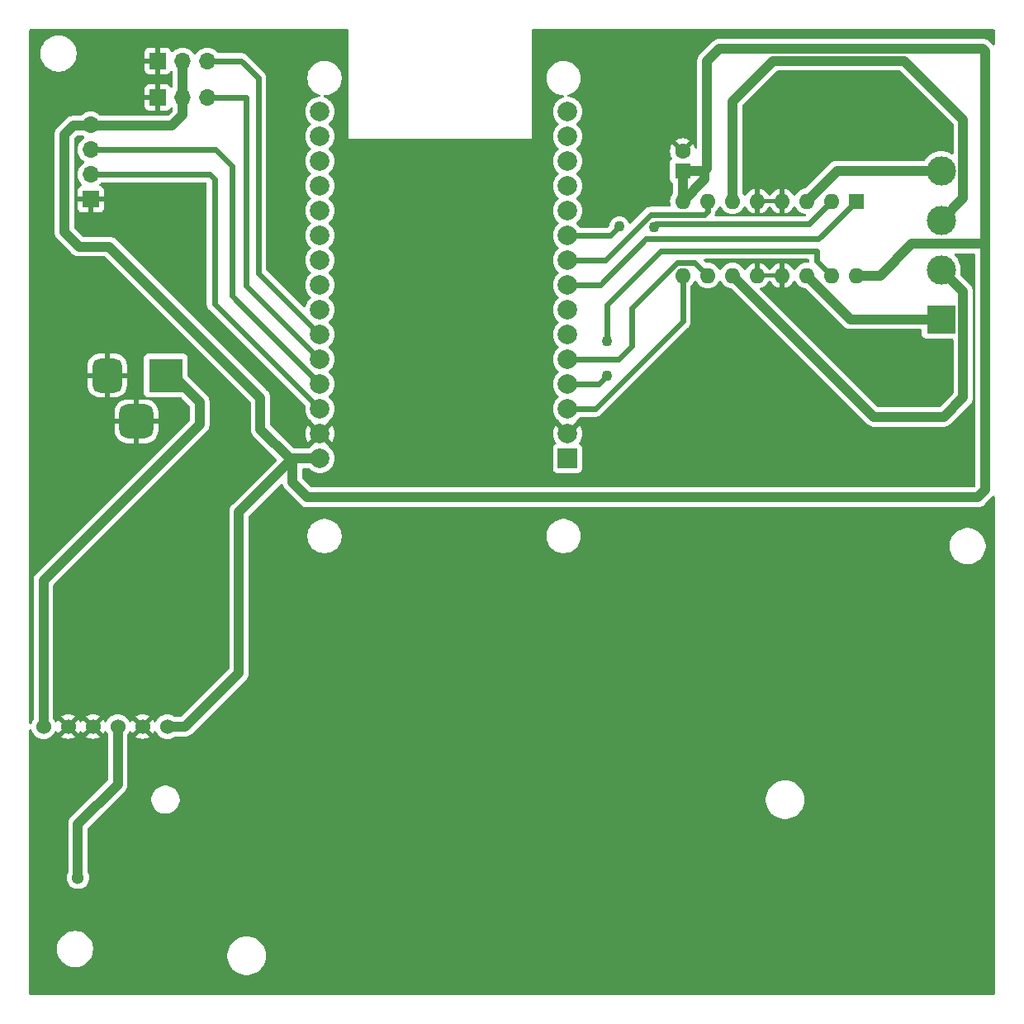
<source format=gbr>
%TF.GenerationSoftware,KiCad,Pcbnew,8.0.4+dfsg-1*%
%TF.CreationDate,2024-08-20T18:38:00-05:00*%
%TF.ProjectId,car-esp32-detector-de-obstaculos,6361722d-6573-4703-9332-2d6465746563,rev?*%
%TF.SameCoordinates,Original*%
%TF.FileFunction,Copper,L2,Bot*%
%TF.FilePolarity,Positive*%
%FSLAX46Y46*%
G04 Gerber Fmt 4.6, Leading zero omitted, Abs format (unit mm)*
G04 Created by KiCad (PCBNEW 8.0.4+dfsg-1) date 2024-08-20 18:38:00*
%MOMM*%
%LPD*%
G01*
G04 APERTURE LIST*
G04 Aperture macros list*
%AMRoundRect*
0 Rectangle with rounded corners*
0 $1 Rounding radius*
0 $2 $3 $4 $5 $6 $7 $8 $9 X,Y pos of 4 corners*
0 Add a 4 corners polygon primitive as box body*
4,1,4,$2,$3,$4,$5,$6,$7,$8,$9,$2,$3,0*
0 Add four circle primitives for the rounded corners*
1,1,$1+$1,$2,$3*
1,1,$1+$1,$4,$5*
1,1,$1+$1,$6,$7*
1,1,$1+$1,$8,$9*
0 Add four rect primitives between the rounded corners*
20,1,$1+$1,$2,$3,$4,$5,0*
20,1,$1+$1,$4,$5,$6,$7,0*
20,1,$1+$1,$6,$7,$8,$9,0*
20,1,$1+$1,$8,$9,$2,$3,0*%
G04 Aperture macros list end*
%TA.AperFunction,ComponentPad*%
%ADD10R,2.000000X2.000000*%
%TD*%
%TA.AperFunction,ComponentPad*%
%ADD11C,2.000000*%
%TD*%
%TA.AperFunction,ComponentPad*%
%ADD12R,3.500000X3.500000*%
%TD*%
%TA.AperFunction,ComponentPad*%
%ADD13RoundRect,0.750000X-0.750000X-1.000000X0.750000X-1.000000X0.750000X1.000000X-0.750000X1.000000X0*%
%TD*%
%TA.AperFunction,ComponentPad*%
%ADD14RoundRect,0.875000X-0.875000X-0.875000X0.875000X-0.875000X0.875000X0.875000X-0.875000X0.875000X0*%
%TD*%
%TA.AperFunction,ComponentPad*%
%ADD15C,1.524000*%
%TD*%
%TA.AperFunction,ComponentPad*%
%ADD16R,1.700000X1.700000*%
%TD*%
%TA.AperFunction,ComponentPad*%
%ADD17O,1.700000X1.700000*%
%TD*%
%TA.AperFunction,ComponentPad*%
%ADD18R,1.600000X1.600000*%
%TD*%
%TA.AperFunction,ComponentPad*%
%ADD19C,1.600000*%
%TD*%
%TA.AperFunction,ComponentPad*%
%ADD20O,1.600000X1.600000*%
%TD*%
%TA.AperFunction,ComponentPad*%
%ADD21R,3.000000X3.000000*%
%TD*%
%TA.AperFunction,ComponentPad*%
%ADD22C,3.000000*%
%TD*%
%TA.AperFunction,ViaPad*%
%ADD23C,1.300000*%
%TD*%
%TA.AperFunction,ViaPad*%
%ADD24C,1.100000*%
%TD*%
%TA.AperFunction,Conductor*%
%ADD25C,0.600000*%
%TD*%
%TA.AperFunction,Conductor*%
%ADD26C,1.000000*%
%TD*%
G04 APERTURE END LIST*
D10*
%TO.P,U1,1,3V3*%
%TO.N,unconnected-(U1-3V3-Pad1)*%
X95200000Y-79515000D03*
D11*
%TO.P,U1,2,GND*%
%TO.N,GND*%
X95200000Y-76975000D03*
%TO.P,U1,3,D15*%
%TO.N,/en23*%
X95200000Y-74435000D03*
%TO.P,U1,4,D2*%
%TO.N,/4a*%
X95200000Y-71895000D03*
%TO.P,U1,5,D4*%
%TO.N,/3a*%
X95200000Y-69355000D03*
%TO.P,U1,6,RX2*%
%TO.N,unconnected-(U1-RX2-Pad6)*%
X95200000Y-66815000D03*
%TO.P,U1,7,TX2*%
%TO.N,unconnected-(U1-TX2-Pad7)*%
X95200000Y-64275000D03*
%TO.P,U1,8,D5*%
%TO.N,/en12*%
X95200000Y-61735000D03*
%TO.P,U1,9,D18*%
%TO.N,/2a*%
X95200000Y-59195000D03*
%TO.P,U1,10,D19*%
%TO.N,/1a*%
X95200000Y-56655000D03*
%TO.P,U1,11,D21*%
%TO.N,unconnected-(U1-D21-Pad11)*%
X95200000Y-54115000D03*
%TO.P,U1,12,RX0*%
%TO.N,unconnected-(U1-RX0-Pad12)*%
X95200000Y-51575000D03*
%TO.P,U1,13,TX0*%
%TO.N,unconnected-(U1-TX0-Pad13)*%
X95200000Y-49035000D03*
%TO.P,U1,14,D22*%
%TO.N,unconnected-(U1-D22-Pad14)*%
X95200000Y-46495000D03*
%TO.P,U1,15,D23*%
%TO.N,unconnected-(U1-D23-Pad15)*%
X95200000Y-43955000D03*
%TO.P,U1,16,EN*%
%TO.N,unconnected-(U1-EN-Pad16)*%
X69800000Y-43955000D03*
%TO.P,U1,17,VP*%
%TO.N,unconnected-(U1-VP-Pad17)*%
X69800000Y-46495000D03*
%TO.P,U1,18,VN*%
%TO.N,unconnected-(U1-VN-Pad18)*%
X69800000Y-49035000D03*
%TO.P,U1,19,D34*%
%TO.N,unconnected-(U1-D34-Pad19)*%
X69800000Y-51575000D03*
%TO.P,U1,20,D35*%
%TO.N,unconnected-(U1-D35-Pad20)*%
X69800000Y-54115000D03*
%TO.P,U1,21,D32*%
%TO.N,unconnected-(U1-D32-Pad21)*%
X69800000Y-56655000D03*
%TO.P,U1,22,D33*%
%TO.N,unconnected-(U1-D33-Pad22)*%
X69800000Y-59195000D03*
%TO.P,U1,23,D25*%
%TO.N,unconnected-(U1-D25-Pad23)*%
X69800000Y-61735000D03*
%TO.P,U1,24,D26*%
%TO.N,unconnected-(U1-D26-Pad24)*%
X69800000Y-64275000D03*
%TO.P,U1,25,D27*%
%TO.N,/servo1*%
X69800000Y-66815000D03*
%TO.P,U1,26,D14*%
%TO.N,/servo2*%
X69800000Y-69355000D03*
%TO.P,U1,27,D12*%
%TO.N,/trig*%
X69800000Y-71895000D03*
%TO.P,U1,28,D13*%
%TO.N,/echo*%
X69800000Y-74435000D03*
%TO.P,U1,29,GND*%
%TO.N,GND*%
X69800000Y-76975000D03*
%TO.P,U1,30,VIN*%
%TO.N,+5V*%
X69800000Y-79515000D03*
%TD*%
D12*
%TO.P,J3,1*%
%TO.N,VDC*%
X54000000Y-71000000D03*
D13*
%TO.P,J3,2*%
%TO.N,GND*%
X48000000Y-71000000D03*
D14*
%TO.P,J3,3*%
X51000000Y-75700000D03*
%TD*%
D15*
%TO.P,U3,1,VIN*%
%TO.N,VDC*%
X41460000Y-107000000D03*
%TO.P,U3,2,GND*%
%TO.N,GND*%
X44000000Y-107000000D03*
%TO.P,U3,3,GND*%
X46540000Y-107000000D03*
%TO.P,U3,4,BAT*%
%TO.N,+BATT*%
X49080000Y-107000000D03*
%TO.P,U3,5,GND*%
%TO.N,GND*%
X51620000Y-107000000D03*
%TO.P,U3,6,OUT-5V*%
%TO.N,+5V*%
X54160000Y-107000000D03*
%TD*%
D16*
%TO.P,J5,1,Pin_1*%
%TO.N,GND*%
X53170000Y-42500000D03*
D17*
%TO.P,J5,2,Pin_2*%
%TO.N,+5V*%
X55710000Y-42500000D03*
%TO.P,J5,3,Pin_3*%
%TO.N,/servo2*%
X58250000Y-42500000D03*
%TD*%
D16*
%TO.P,J2,1,Pin_1*%
%TO.N,GND*%
X46300000Y-52940000D03*
D17*
%TO.P,J2,2,Pin_2*%
%TO.N,/echo*%
X46300000Y-50400000D03*
%TO.P,J2,3,Pin_3*%
%TO.N,/trig*%
X46300000Y-47860000D03*
%TO.P,J2,4,Pin_4*%
%TO.N,+5V*%
X46300000Y-45320000D03*
%TD*%
D18*
%TO.P,C1,1*%
%TO.N,+5V*%
X107000000Y-50000000D03*
D19*
%TO.P,C1,2*%
%TO.N,GND*%
X107000000Y-48000000D03*
%TD*%
D16*
%TO.P,J1,1,Pin_1*%
%TO.N,GND*%
X53170000Y-38750000D03*
D17*
%TO.P,J1,2,Pin_2*%
%TO.N,+5V*%
X55710000Y-38750000D03*
%TO.P,J1,3,Pin_3*%
%TO.N,/servo1*%
X58250000Y-38750000D03*
%TD*%
D18*
%TO.P,U2,1,EN1\u002C2*%
%TO.N,/en12*%
X124790000Y-53130000D03*
D20*
%TO.P,U2,2,1A*%
%TO.N,/1a*%
X122250000Y-53130000D03*
%TO.P,U2,3,1Y*%
%TO.N,/pot_1y*%
X119710000Y-53130000D03*
%TO.P,U2,4,GND*%
%TO.N,GND*%
X117170000Y-53130000D03*
%TO.P,U2,5,GND*%
X114630000Y-53130000D03*
%TO.P,U2,6,2Y*%
%TO.N,/pot_2y*%
X112090000Y-53130000D03*
%TO.P,U2,7,2A*%
%TO.N,/2a*%
X109550000Y-53130000D03*
%TO.P,U2,8,VCC2*%
%TO.N,+5V*%
X107010000Y-53130000D03*
%TO.P,U2,9,EN3\u002C4*%
%TO.N,/en23*%
X107010000Y-60750000D03*
%TO.P,U2,10,3A*%
%TO.N,/3a*%
X109550000Y-60750000D03*
%TO.P,U2,11,3Y*%
%TO.N,/pot_3y*%
X112090000Y-60750000D03*
%TO.P,U2,12,GND*%
%TO.N,GND*%
X114630000Y-60750000D03*
%TO.P,U2,13,GND*%
X117170000Y-60750000D03*
%TO.P,U2,14,4Y*%
%TO.N,/pot_4y*%
X119710000Y-60750000D03*
%TO.P,U2,15,4A*%
%TO.N,/4a*%
X122250000Y-60750000D03*
%TO.P,U2,16,VCC1*%
%TO.N,+5V*%
X124790000Y-60750000D03*
%TD*%
D21*
%TO.P,J4,1,Pin_1*%
%TO.N,/pot_4y*%
X133500000Y-65240000D03*
D22*
%TO.P,J4,2,Pin_2*%
%TO.N,/pot_3y*%
X133500000Y-60160000D03*
%TO.P,J4,3,Pin_3*%
%TO.N,/pot_2y*%
X133500000Y-55080000D03*
%TO.P,J4,4,Pin_4*%
%TO.N,/pot_1y*%
X133500000Y-50000000D03*
%TD*%
D23*
%TO.N,GND*%
X129000000Y-46800000D03*
D24*
X128900000Y-67200000D03*
D23*
X131000000Y-77000000D03*
X131000000Y-72500000D03*
X134750000Y-122500000D03*
%TO.N,+BATT*%
X45000000Y-122500000D03*
D24*
%TO.N,/4a*%
X99250000Y-71000000D03*
X99250000Y-67500000D03*
%TO.N,/1a*%
X100500000Y-55750000D03*
X104030646Y-55780646D03*
%TD*%
D25*
%TO.N,/servo2*%
X58250000Y-42250000D02*
X58500000Y-42500000D01*
X58500000Y-42500000D02*
X62250000Y-42500000D01*
X62250000Y-42500000D02*
X62250000Y-61805000D01*
X62250000Y-61805000D02*
X69800000Y-69355000D01*
D26*
%TO.N,+5V*%
X55710000Y-42250000D02*
X55710000Y-44210000D01*
X55710000Y-44210000D02*
X55750000Y-44250000D01*
X55750000Y-44250000D02*
X54620000Y-45380000D01*
X54620000Y-45380000D02*
X44520000Y-45380000D01*
X43600000Y-46300000D02*
X43600000Y-56300000D01*
X44520000Y-45380000D02*
X43600000Y-46300000D01*
X43600000Y-56300000D02*
X45100000Y-57800000D01*
X45100000Y-57800000D02*
X48200000Y-57800000D01*
X63700000Y-73300000D02*
X63700000Y-76500000D01*
X48200000Y-57800000D02*
X63700000Y-73300000D01*
X63700000Y-76500000D02*
X66715000Y-79515000D01*
X66715000Y-79515000D02*
X66985000Y-79515000D01*
D25*
%TO.N,/trig*%
X59110000Y-47860000D02*
X46300000Y-47860000D01*
%TO.N,/echo*%
X69800000Y-74435000D02*
X59000000Y-63635000D01*
X59000000Y-63635000D02*
X59000000Y-50900000D01*
X59000000Y-50900000D02*
X58500000Y-50400000D01*
X58500000Y-50400000D02*
X46300000Y-50400000D01*
%TO.N,/trig*%
X69800000Y-71895000D02*
X60750000Y-62845000D01*
X60750000Y-49500000D02*
X59110000Y-47860000D01*
X60750000Y-62845000D02*
X60750000Y-49500000D01*
D26*
%TO.N,/pot_1y*%
X133500000Y-50000000D02*
X122840000Y-50000000D01*
X122840000Y-50000000D02*
X119710000Y-53130000D01*
%TO.N,VDC*%
X41460000Y-107000000D02*
X41460000Y-92040000D01*
X41460000Y-92040000D02*
X57500000Y-76000000D01*
X54750000Y-71000000D02*
X54000000Y-71000000D01*
X57500000Y-76000000D02*
X57500000Y-73750000D01*
X57500000Y-73750000D02*
X54750000Y-71000000D01*
%TO.N,+BATT*%
X45000000Y-122500000D02*
X45000000Y-117000000D01*
X45000000Y-117000000D02*
X49080000Y-112920000D01*
X49080000Y-112920000D02*
X49080000Y-107000000D01*
%TO.N,+5V*%
X138004000Y-82746000D02*
X138004000Y-57500000D01*
X138004000Y-57500000D02*
X138004000Y-37754000D01*
X130500000Y-57500000D02*
X127250000Y-60750000D01*
X138004000Y-57500000D02*
X130500000Y-57500000D01*
X127250000Y-60750000D02*
X124790000Y-60750000D01*
X109250000Y-50000000D02*
X109250000Y-50890000D01*
X109250000Y-50890000D02*
X107010000Y-53130000D01*
X66985000Y-79515000D02*
X66985000Y-81985000D01*
X66985000Y-81985000D02*
X68500000Y-83500000D01*
X137746000Y-37496000D02*
X110754000Y-37496000D01*
X109250000Y-50000000D02*
X107000000Y-50000000D01*
X68500000Y-83500000D02*
X137250000Y-83500000D01*
X137250000Y-83500000D02*
X138004000Y-82746000D01*
X110754000Y-37496000D02*
X109500000Y-38750000D01*
X138004000Y-37754000D02*
X137746000Y-37496000D01*
X109500000Y-38750000D02*
X109500000Y-49750000D01*
X109500000Y-49750000D02*
X109250000Y-50000000D01*
%TO.N,/pot_2y*%
X112090000Y-53130000D02*
X112090000Y-42910000D01*
X112090000Y-42910000D02*
X116250000Y-38750000D01*
X116250000Y-38750000D02*
X129750000Y-38750000D01*
X129750000Y-38750000D02*
X135754000Y-44754000D01*
X135754000Y-44754000D02*
X135754000Y-52826000D01*
X135754000Y-52826000D02*
X133500000Y-55080000D01*
%TO.N,/pot_3y*%
X133500000Y-60160000D02*
X135754000Y-62414000D01*
X135754000Y-62414000D02*
X135754000Y-73246000D01*
X135754000Y-73246000D02*
X133750000Y-75250000D01*
X133750000Y-75250000D02*
X126590000Y-75250000D01*
X126590000Y-75250000D02*
X112090000Y-60750000D01*
%TO.N,+5V*%
X107000000Y-50000000D02*
X107000000Y-53120000D01*
X107000000Y-53120000D02*
X107010000Y-53130000D01*
X55710000Y-38750000D02*
X55710000Y-42250000D01*
X61500000Y-101500000D02*
X61500000Y-85000000D01*
X54160000Y-107000000D02*
X56000000Y-107000000D01*
X56000000Y-107000000D02*
X61500000Y-101500000D01*
X61500000Y-85000000D02*
X66985000Y-79515000D01*
X66985000Y-79515000D02*
X69800000Y-79515000D01*
D25*
%TO.N,/servo1*%
X58250000Y-38750000D02*
X61750000Y-38750000D01*
X61750000Y-38750000D02*
X63500000Y-40500000D01*
X63500000Y-40500000D02*
X63500000Y-60515000D01*
X63500000Y-60515000D02*
X69800000Y-66815000D01*
%TO.N,/4a*%
X98355000Y-71895000D02*
X99250000Y-71000000D01*
X95200000Y-71895000D02*
X98355000Y-71895000D01*
X122250000Y-60750000D02*
X120750000Y-59250000D01*
X120750000Y-59250000D02*
X120750000Y-58250000D01*
X120750000Y-58250000D02*
X104750000Y-58250000D01*
X99250000Y-63750000D02*
X99250000Y-67500000D01*
X104750000Y-58250000D02*
X99250000Y-63750000D01*
%TO.N,/3a*%
X109550000Y-60750000D02*
X108196000Y-59396000D01*
X108196000Y-59396000D02*
X106449154Y-59396000D01*
X101750000Y-64095154D02*
X101750000Y-68000000D01*
X106449154Y-59396000D02*
X101750000Y-64095154D01*
X101750000Y-68000000D02*
X100395000Y-69355000D01*
X100395000Y-69355000D02*
X95200000Y-69355000D01*
%TO.N,/en12*%
X95200000Y-61735000D02*
X98515000Y-61735000D01*
X120920000Y-57000000D02*
X124790000Y-53130000D01*
X98515000Y-61735000D02*
X103250000Y-57000000D01*
X103250000Y-57000000D02*
X120920000Y-57000000D01*
%TO.N,/1a*%
X122250000Y-53130000D02*
X120000000Y-55380000D01*
X120000000Y-55380000D02*
X120000000Y-55500000D01*
X120000000Y-55500000D02*
X104250000Y-55500000D01*
X104250000Y-55500000D02*
X104000000Y-55750000D01*
%TO.N,/2a*%
X109550000Y-53130000D02*
X109550000Y-54200000D01*
X109550000Y-54200000D02*
X109250000Y-54500000D01*
X109250000Y-54500000D02*
X103750000Y-54500000D01*
X103750000Y-54500000D02*
X99055000Y-59195000D01*
X99055000Y-59195000D02*
X95200000Y-59195000D01*
%TO.N,/1a*%
X95200000Y-56655000D02*
X99595000Y-56655000D01*
X99595000Y-56655000D02*
X100500000Y-55750000D01*
%TO.N,/en23*%
X107010000Y-60750000D02*
X107010000Y-65490000D01*
X107010000Y-65490000D02*
X98065000Y-74435000D01*
X98065000Y-74435000D02*
X95200000Y-74435000D01*
D26*
%TO.N,/pot_4y*%
X133500000Y-65240000D02*
X124200000Y-65240000D01*
X124200000Y-65240000D02*
X119710000Y-60750000D01*
%TD*%
%TA.AperFunction,Conductor*%
%TO.N,GND*%
G36*
X65926070Y-82091363D02*
G01*
X65982003Y-82133235D01*
X66004353Y-82183353D01*
X66022947Y-82276829D01*
X66022950Y-82276839D01*
X66098364Y-82458907D01*
X66098371Y-82458920D01*
X66207859Y-82622780D01*
X66207860Y-82622781D01*
X66207861Y-82622782D01*
X66347218Y-82762139D01*
X66347219Y-82762139D01*
X66354286Y-82769206D01*
X66354285Y-82769206D01*
X66354289Y-82769209D01*
X67862215Y-84277137D01*
X67862219Y-84277140D01*
X68026079Y-84386628D01*
X68026085Y-84386631D01*
X68026086Y-84386632D01*
X68208165Y-84462052D01*
X68401455Y-84500500D01*
X68401458Y-84500501D01*
X68401460Y-84500501D01*
X68604655Y-84500501D01*
X68604675Y-84500500D01*
X137348542Y-84500500D01*
X137367870Y-84496655D01*
X137445188Y-84481275D01*
X137541836Y-84462051D01*
X137595165Y-84439961D01*
X137723914Y-84386632D01*
X137887782Y-84277139D01*
X138027139Y-84137782D01*
X138027140Y-84137779D01*
X138034206Y-84130714D01*
X138034209Y-84130710D01*
X138641778Y-83523141D01*
X138641782Y-83523139D01*
X138781139Y-83383782D01*
X138781139Y-83383781D01*
X138785447Y-83379474D01*
X138786743Y-83380770D01*
X138837378Y-83346270D01*
X138907223Y-83344391D01*
X138966995Y-83380572D01*
X138997719Y-83443324D01*
X138999500Y-83464265D01*
X138999500Y-134375500D01*
X138979815Y-134442539D01*
X138927011Y-134488294D01*
X138875500Y-134499500D01*
X40124500Y-134499500D01*
X40057461Y-134479815D01*
X40011706Y-134427011D01*
X40000500Y-134375500D01*
X40000500Y-129678711D01*
X42849500Y-129678711D01*
X42849500Y-129921288D01*
X42881161Y-130161785D01*
X42943947Y-130396104D01*
X43036773Y-130620205D01*
X43036776Y-130620212D01*
X43158064Y-130830289D01*
X43158066Y-130830292D01*
X43158067Y-130830293D01*
X43305733Y-131022736D01*
X43305739Y-131022743D01*
X43477256Y-131194260D01*
X43477262Y-131194265D01*
X43669711Y-131341936D01*
X43879788Y-131463224D01*
X44103900Y-131556054D01*
X44338211Y-131618838D01*
X44518586Y-131642584D01*
X44578711Y-131650500D01*
X44578712Y-131650500D01*
X44821289Y-131650500D01*
X44869388Y-131644167D01*
X45061789Y-131618838D01*
X45296100Y-131556054D01*
X45520212Y-131463224D01*
X45730289Y-131341936D01*
X45922738Y-131194265D01*
X46094265Y-131022738D01*
X46241936Y-130830289D01*
X46363224Y-130620212D01*
X46456054Y-130396100D01*
X46462907Y-130370525D01*
X60324500Y-130370525D01*
X60324500Y-130629474D01*
X60324501Y-130629491D01*
X60358299Y-130886217D01*
X60358300Y-130886222D01*
X60358301Y-130886228D01*
X60358302Y-130886230D01*
X60425324Y-131136364D01*
X60524423Y-131375609D01*
X60524427Y-131375619D01*
X60653906Y-131599883D01*
X60811551Y-131805331D01*
X60811557Y-131805338D01*
X60994661Y-131988442D01*
X60994668Y-131988448D01*
X61200116Y-132146093D01*
X61424380Y-132275572D01*
X61424381Y-132275572D01*
X61424384Y-132275574D01*
X61663634Y-132374675D01*
X61913772Y-132441699D01*
X62170519Y-132475500D01*
X62170526Y-132475500D01*
X62429474Y-132475500D01*
X62429481Y-132475500D01*
X62686228Y-132441699D01*
X62936366Y-132374675D01*
X63175616Y-132275574D01*
X63399884Y-132146093D01*
X63605333Y-131988447D01*
X63788447Y-131805333D01*
X63946093Y-131599884D01*
X64075574Y-131375616D01*
X64174675Y-131136366D01*
X64241699Y-130886228D01*
X64275500Y-130629481D01*
X64275500Y-130370519D01*
X64241699Y-130113772D01*
X64174675Y-129863634D01*
X64075574Y-129624384D01*
X63946093Y-129400116D01*
X63788447Y-129194667D01*
X63788442Y-129194661D01*
X63605338Y-129011557D01*
X63605331Y-129011551D01*
X63399883Y-128853906D01*
X63175619Y-128724427D01*
X63175609Y-128724423D01*
X62936364Y-128625324D01*
X62756995Y-128577263D01*
X62686228Y-128558301D01*
X62686222Y-128558300D01*
X62686217Y-128558299D01*
X62429491Y-128524501D01*
X62429486Y-128524500D01*
X62429481Y-128524500D01*
X62170519Y-128524500D01*
X62170513Y-128524500D01*
X62170508Y-128524501D01*
X61913782Y-128558299D01*
X61913775Y-128558300D01*
X61913772Y-128558301D01*
X61860908Y-128572465D01*
X61663635Y-128625324D01*
X61424390Y-128724423D01*
X61424380Y-128724427D01*
X61200116Y-128853906D01*
X60994668Y-129011551D01*
X60994661Y-129011557D01*
X60811557Y-129194661D01*
X60811551Y-129194668D01*
X60653906Y-129400116D01*
X60524427Y-129624380D01*
X60524423Y-129624390D01*
X60425324Y-129863635D01*
X60358302Y-130113769D01*
X60358299Y-130113782D01*
X60324501Y-130370508D01*
X60324500Y-130370525D01*
X46462907Y-130370525D01*
X46518838Y-130161789D01*
X46550500Y-129921288D01*
X46550500Y-129678712D01*
X46543348Y-129624390D01*
X46518838Y-129438214D01*
X46518838Y-129438211D01*
X46456054Y-129203900D01*
X46363224Y-128979788D01*
X46241936Y-128769711D01*
X46094265Y-128577262D01*
X46094260Y-128577256D01*
X45922743Y-128405739D01*
X45922736Y-128405733D01*
X45730293Y-128258067D01*
X45730292Y-128258066D01*
X45730289Y-128258064D01*
X45520212Y-128136776D01*
X45520205Y-128136773D01*
X45296104Y-128043947D01*
X45061785Y-127981161D01*
X44821289Y-127949500D01*
X44821288Y-127949500D01*
X44578712Y-127949500D01*
X44578711Y-127949500D01*
X44338214Y-127981161D01*
X44103895Y-128043947D01*
X43879794Y-128136773D01*
X43879785Y-128136777D01*
X43669706Y-128258067D01*
X43477263Y-128405733D01*
X43477256Y-128405739D01*
X43305739Y-128577256D01*
X43305733Y-128577263D01*
X43158067Y-128769706D01*
X43036777Y-128979785D01*
X43036773Y-128979794D01*
X42943947Y-129203895D01*
X42881161Y-129438214D01*
X42849500Y-129678711D01*
X40000500Y-129678711D01*
X40000500Y-107372873D01*
X40020185Y-107305834D01*
X40072989Y-107260079D01*
X40142147Y-107250135D01*
X40205703Y-107279160D01*
X40243477Y-107337938D01*
X40244275Y-107340780D01*
X40269103Y-107433442D01*
X40269105Y-107433446D01*
X40269106Y-107433450D01*
X40301830Y-107503627D01*
X40362466Y-107633662D01*
X40362468Y-107633666D01*
X40489170Y-107814615D01*
X40489175Y-107814621D01*
X40645378Y-107970824D01*
X40645384Y-107970829D01*
X40826333Y-108097531D01*
X40826335Y-108097532D01*
X40826338Y-108097534D01*
X41026550Y-108190894D01*
X41239932Y-108248070D01*
X41397123Y-108261822D01*
X41459998Y-108267323D01*
X41460000Y-108267323D01*
X41460002Y-108267323D01*
X41515017Y-108262509D01*
X41680068Y-108248070D01*
X41893450Y-108190894D01*
X42093662Y-108097534D01*
X42274620Y-107970826D01*
X42430826Y-107814620D01*
X42557534Y-107633662D01*
X42617894Y-107504218D01*
X42664066Y-107451779D01*
X42731259Y-107432627D01*
X42798141Y-107452843D01*
X42842658Y-107504219D01*
X42902898Y-107633405D01*
X42902901Y-107633411D01*
X42948258Y-107698187D01*
X42948259Y-107698188D01*
X43619000Y-107027447D01*
X43619000Y-107050160D01*
X43644964Y-107147061D01*
X43695124Y-107233940D01*
X43766060Y-107304876D01*
X43852939Y-107355036D01*
X43949840Y-107381000D01*
X43972553Y-107381000D01*
X43301810Y-108051740D01*
X43366590Y-108097099D01*
X43366592Y-108097100D01*
X43566715Y-108190419D01*
X43566729Y-108190424D01*
X43780013Y-108247573D01*
X43780023Y-108247575D01*
X43999999Y-108266821D01*
X44000001Y-108266821D01*
X44219976Y-108247575D01*
X44219986Y-108247573D01*
X44433270Y-108190424D01*
X44433284Y-108190419D01*
X44633407Y-108097100D01*
X44633417Y-108097094D01*
X44698188Y-108051741D01*
X44027448Y-107381000D01*
X44050160Y-107381000D01*
X44147061Y-107355036D01*
X44233940Y-107304876D01*
X44304876Y-107233940D01*
X44355036Y-107147061D01*
X44381000Y-107050160D01*
X44381000Y-107027447D01*
X45051741Y-107698188D01*
X45097094Y-107633417D01*
X45097100Y-107633407D01*
X45157618Y-107503627D01*
X45203790Y-107451187D01*
X45270983Y-107432035D01*
X45337865Y-107452251D01*
X45382382Y-107503627D01*
X45442898Y-107633405D01*
X45442901Y-107633411D01*
X45488258Y-107698187D01*
X45488259Y-107698188D01*
X46159000Y-107027447D01*
X46159000Y-107050160D01*
X46184964Y-107147061D01*
X46235124Y-107233940D01*
X46306060Y-107304876D01*
X46392939Y-107355036D01*
X46489840Y-107381000D01*
X46512553Y-107381000D01*
X45841810Y-108051740D01*
X45906590Y-108097099D01*
X45906592Y-108097100D01*
X46106715Y-108190419D01*
X46106729Y-108190424D01*
X46320013Y-108247573D01*
X46320023Y-108247575D01*
X46539999Y-108266821D01*
X46540001Y-108266821D01*
X46759976Y-108247575D01*
X46759986Y-108247573D01*
X46973270Y-108190424D01*
X46973284Y-108190419D01*
X47173407Y-108097100D01*
X47173417Y-108097094D01*
X47238188Y-108051741D01*
X46567448Y-107381000D01*
X46590160Y-107381000D01*
X46687061Y-107355036D01*
X46773940Y-107304876D01*
X46844876Y-107233940D01*
X46895036Y-107147061D01*
X46921000Y-107050160D01*
X46921000Y-107027447D01*
X47591741Y-107698188D01*
X47637094Y-107633417D01*
X47637095Y-107633416D01*
X47697340Y-107504219D01*
X47743512Y-107451780D01*
X47810706Y-107432627D01*
X47877587Y-107452842D01*
X47922105Y-107504218D01*
X47982465Y-107633661D01*
X47982466Y-107633662D01*
X48057076Y-107740216D01*
X48079402Y-107806419D01*
X48079500Y-107811337D01*
X48079500Y-112454217D01*
X48059815Y-112521256D01*
X48043181Y-112541898D01*
X44362220Y-116222859D01*
X44362218Y-116222861D01*
X44309507Y-116275572D01*
X44222859Y-116362219D01*
X44113371Y-116526079D01*
X44113364Y-116526092D01*
X44037950Y-116708160D01*
X44037947Y-116708170D01*
X43999500Y-116901456D01*
X43999500Y-121898997D01*
X43986501Y-121954267D01*
X43922596Y-122082608D01*
X43864244Y-122287689D01*
X43844571Y-122499999D01*
X43844571Y-122500000D01*
X43864244Y-122712310D01*
X43922596Y-122917392D01*
X43922596Y-122917394D01*
X44017632Y-123108253D01*
X44017634Y-123108255D01*
X44146128Y-123278407D01*
X44303698Y-123422052D01*
X44484981Y-123534298D01*
X44683802Y-123611321D01*
X44893390Y-123650500D01*
X44893392Y-123650500D01*
X45106608Y-123650500D01*
X45106610Y-123650500D01*
X45316198Y-123611321D01*
X45515019Y-123534298D01*
X45696302Y-123422052D01*
X45853872Y-123278407D01*
X45982366Y-123108255D01*
X46077405Y-122917389D01*
X46135756Y-122712310D01*
X46155429Y-122500000D01*
X46135756Y-122287690D01*
X46077405Y-122082611D01*
X46054653Y-122036919D01*
X46013499Y-121954267D01*
X46000500Y-121898997D01*
X46000500Y-117465782D01*
X46020185Y-117398743D01*
X46036819Y-117378101D01*
X49028690Y-114386231D01*
X52524500Y-114386231D01*
X52524500Y-114613768D01*
X52560093Y-114838490D01*
X52630400Y-115054876D01*
X52630401Y-115054879D01*
X52733697Y-115257607D01*
X52867434Y-115441680D01*
X53028320Y-115602566D01*
X53212393Y-115736303D01*
X53311825Y-115786966D01*
X53415120Y-115839598D01*
X53415123Y-115839599D01*
X53523316Y-115874752D01*
X53631511Y-115909907D01*
X53735591Y-115926391D01*
X53856232Y-115945500D01*
X53856237Y-115945500D01*
X54083768Y-115945500D01*
X54192710Y-115928244D01*
X54308489Y-115909907D01*
X54524879Y-115839598D01*
X54727607Y-115736303D01*
X54911680Y-115602566D01*
X55072566Y-115441680D01*
X55206303Y-115257607D01*
X55309598Y-115054879D01*
X55379907Y-114838489D01*
X55398244Y-114722710D01*
X55415500Y-114613768D01*
X55415500Y-114386231D01*
X55413012Y-114370525D01*
X115524500Y-114370525D01*
X115524500Y-114629474D01*
X115524501Y-114629491D01*
X115558299Y-114886217D01*
X115558300Y-114886222D01*
X115558301Y-114886228D01*
X115558302Y-114886230D01*
X115625324Y-115136364D01*
X115724423Y-115375609D01*
X115724427Y-115375619D01*
X115853906Y-115599883D01*
X116011551Y-115805331D01*
X116011557Y-115805338D01*
X116194661Y-115988442D01*
X116194668Y-115988448D01*
X116400116Y-116146093D01*
X116624380Y-116275572D01*
X116624381Y-116275572D01*
X116624384Y-116275574D01*
X116863634Y-116374675D01*
X117113772Y-116441699D01*
X117370519Y-116475500D01*
X117370526Y-116475500D01*
X117629474Y-116475500D01*
X117629481Y-116475500D01*
X117886228Y-116441699D01*
X118136366Y-116374675D01*
X118375616Y-116275574D01*
X118599884Y-116146093D01*
X118805333Y-115988447D01*
X118988447Y-115805333D01*
X119146093Y-115599884D01*
X119275574Y-115375616D01*
X119374675Y-115136366D01*
X119441699Y-114886228D01*
X119475500Y-114629481D01*
X119475500Y-114370519D01*
X119441699Y-114113772D01*
X119374675Y-113863634D01*
X119275574Y-113624384D01*
X119237121Y-113557782D01*
X119146093Y-113400116D01*
X118988448Y-113194668D01*
X118988442Y-113194661D01*
X118805338Y-113011557D01*
X118805331Y-113011551D01*
X118599883Y-112853906D01*
X118375619Y-112724427D01*
X118375609Y-112724423D01*
X118136364Y-112625324D01*
X118011297Y-112591813D01*
X117886228Y-112558301D01*
X117886222Y-112558300D01*
X117886217Y-112558299D01*
X117629491Y-112524501D01*
X117629486Y-112524500D01*
X117629481Y-112524500D01*
X117370519Y-112524500D01*
X117370513Y-112524500D01*
X117370508Y-112524501D01*
X117113782Y-112558299D01*
X117113775Y-112558300D01*
X117113772Y-112558301D01*
X117060908Y-112572465D01*
X116863635Y-112625324D01*
X116624390Y-112724423D01*
X116624380Y-112724427D01*
X116400116Y-112853906D01*
X116194668Y-113011551D01*
X116194661Y-113011557D01*
X116011557Y-113194661D01*
X116011551Y-113194668D01*
X115853906Y-113400116D01*
X115724427Y-113624380D01*
X115724423Y-113624390D01*
X115625324Y-113863635D01*
X115558302Y-114113769D01*
X115558299Y-114113782D01*
X115524501Y-114370508D01*
X115524500Y-114370525D01*
X55413012Y-114370525D01*
X55394793Y-114255499D01*
X55379907Y-114161511D01*
X55309598Y-113945121D01*
X55309598Y-113945120D01*
X55206302Y-113742392D01*
X55072566Y-113558320D01*
X54911680Y-113397434D01*
X54727607Y-113263697D01*
X54524879Y-113160401D01*
X54524876Y-113160400D01*
X54308490Y-113090093D01*
X54083768Y-113054500D01*
X54083763Y-113054500D01*
X53856237Y-113054500D01*
X53856232Y-113054500D01*
X53631509Y-113090093D01*
X53415123Y-113160400D01*
X53415120Y-113160401D01*
X53212392Y-113263697D01*
X53107372Y-113339998D01*
X53028320Y-113397434D01*
X53028318Y-113397436D01*
X53028317Y-113397436D01*
X52867436Y-113558317D01*
X52867436Y-113558318D01*
X52867434Y-113558320D01*
X52819439Y-113624380D01*
X52733697Y-113742392D01*
X52630401Y-113945120D01*
X52630400Y-113945123D01*
X52560093Y-114161509D01*
X52524500Y-114386231D01*
X49028690Y-114386231D01*
X49857136Y-113557785D01*
X49857136Y-113557784D01*
X49857139Y-113557782D01*
X49962488Y-113400116D01*
X49966631Y-113393916D01*
X49966636Y-113393906D01*
X50042049Y-113211839D01*
X50042051Y-113211835D01*
X50066267Y-113090093D01*
X50080500Y-113018543D01*
X50080500Y-107811337D01*
X50100185Y-107744298D01*
X50102896Y-107740254D01*
X50177534Y-107633662D01*
X50237894Y-107504218D01*
X50284066Y-107451779D01*
X50351259Y-107432627D01*
X50418141Y-107452843D01*
X50462658Y-107504219D01*
X50522898Y-107633405D01*
X50522901Y-107633411D01*
X50568258Y-107698187D01*
X50568259Y-107698188D01*
X51239000Y-107027447D01*
X51239000Y-107050160D01*
X51264964Y-107147061D01*
X51315124Y-107233940D01*
X51386060Y-107304876D01*
X51472939Y-107355036D01*
X51569840Y-107381000D01*
X51592553Y-107381000D01*
X50921810Y-108051740D01*
X50986590Y-108097099D01*
X50986592Y-108097100D01*
X51186715Y-108190419D01*
X51186729Y-108190424D01*
X51400013Y-108247573D01*
X51400023Y-108247575D01*
X51619999Y-108266821D01*
X51620001Y-108266821D01*
X51839976Y-108247575D01*
X51839986Y-108247573D01*
X52053270Y-108190424D01*
X52053284Y-108190419D01*
X52253407Y-108097100D01*
X52253417Y-108097094D01*
X52318188Y-108051741D01*
X51647448Y-107381000D01*
X51670160Y-107381000D01*
X51767061Y-107355036D01*
X51853940Y-107304876D01*
X51924876Y-107233940D01*
X51975036Y-107147061D01*
X52001000Y-107050160D01*
X52001000Y-107027447D01*
X52671741Y-107698188D01*
X52717094Y-107633417D01*
X52717095Y-107633416D01*
X52777340Y-107504219D01*
X52823512Y-107451780D01*
X52890706Y-107432627D01*
X52957587Y-107452842D01*
X53002105Y-107504218D01*
X53062466Y-107633662D01*
X53062468Y-107633666D01*
X53189170Y-107814615D01*
X53189175Y-107814621D01*
X53345378Y-107970824D01*
X53345384Y-107970829D01*
X53526333Y-108097531D01*
X53526335Y-108097532D01*
X53526338Y-108097534D01*
X53726550Y-108190894D01*
X53939932Y-108248070D01*
X54097123Y-108261822D01*
X54159998Y-108267323D01*
X54160000Y-108267323D01*
X54160002Y-108267323D01*
X54215017Y-108262509D01*
X54380068Y-108248070D01*
X54593450Y-108190894D01*
X54793662Y-108097534D01*
X54900215Y-108022924D01*
X54966421Y-108000598D01*
X54971338Y-108000500D01*
X56098543Y-108000500D01*
X56197994Y-107980717D01*
X56247721Y-107970826D01*
X56291836Y-107962051D01*
X56345165Y-107939961D01*
X56473914Y-107886632D01*
X56637782Y-107777139D01*
X56777139Y-107637782D01*
X56777139Y-107637780D01*
X56787347Y-107627573D01*
X56787348Y-107627570D01*
X62277140Y-102137781D01*
X62386632Y-101973914D01*
X62462052Y-101791835D01*
X62500501Y-101598540D01*
X62500501Y-101401459D01*
X62500501Y-101396349D01*
X62500500Y-101396323D01*
X62500500Y-87360258D01*
X68519500Y-87360258D01*
X68519500Y-87589741D01*
X68544446Y-87779215D01*
X68549452Y-87817238D01*
X68572673Y-87903900D01*
X68608842Y-88038887D01*
X68696650Y-88250876D01*
X68696657Y-88250890D01*
X68811392Y-88449617D01*
X68951081Y-88631661D01*
X68951089Y-88631670D01*
X69113330Y-88793911D01*
X69113338Y-88793918D01*
X69295382Y-88933607D01*
X69295385Y-88933608D01*
X69295388Y-88933611D01*
X69494112Y-89048344D01*
X69494117Y-89048346D01*
X69494123Y-89048349D01*
X69585480Y-89086190D01*
X69706113Y-89136158D01*
X69927762Y-89195548D01*
X70155266Y-89225500D01*
X70155273Y-89225500D01*
X70384727Y-89225500D01*
X70384734Y-89225500D01*
X70612238Y-89195548D01*
X70833887Y-89136158D01*
X71045888Y-89048344D01*
X71244612Y-88933611D01*
X71426661Y-88793919D01*
X71426665Y-88793914D01*
X71426670Y-88793911D01*
X71588911Y-88631670D01*
X71588914Y-88631665D01*
X71588919Y-88631661D01*
X71728611Y-88449612D01*
X71843344Y-88250888D01*
X71931158Y-88038887D01*
X71990548Y-87817238D01*
X72020500Y-87589734D01*
X72020500Y-87360266D01*
X72020499Y-87360258D01*
X93029500Y-87360258D01*
X93029500Y-87589741D01*
X93054446Y-87779215D01*
X93059452Y-87817238D01*
X93082673Y-87903900D01*
X93118842Y-88038887D01*
X93206650Y-88250876D01*
X93206657Y-88250890D01*
X93321392Y-88449617D01*
X93461081Y-88631661D01*
X93461089Y-88631670D01*
X93623330Y-88793911D01*
X93623338Y-88793918D01*
X93805382Y-88933607D01*
X93805385Y-88933608D01*
X93805388Y-88933611D01*
X94004112Y-89048344D01*
X94004117Y-89048346D01*
X94004123Y-89048349D01*
X94095480Y-89086190D01*
X94216113Y-89136158D01*
X94437762Y-89195548D01*
X94665266Y-89225500D01*
X94665273Y-89225500D01*
X94894727Y-89225500D01*
X94894734Y-89225500D01*
X95122238Y-89195548D01*
X95343887Y-89136158D01*
X95555888Y-89048344D01*
X95754612Y-88933611D01*
X95936661Y-88793919D01*
X95936665Y-88793914D01*
X95936670Y-88793911D01*
X96098911Y-88631670D01*
X96098914Y-88631665D01*
X96098919Y-88631661D01*
X96238611Y-88449612D01*
X96279546Y-88378711D01*
X134349500Y-88378711D01*
X134349500Y-88621288D01*
X134381161Y-88861785D01*
X134443947Y-89096104D01*
X134497545Y-89225500D01*
X134536776Y-89320212D01*
X134658064Y-89530289D01*
X134658066Y-89530292D01*
X134658067Y-89530293D01*
X134805733Y-89722736D01*
X134805739Y-89722743D01*
X134977256Y-89894260D01*
X134977262Y-89894265D01*
X135169711Y-90041936D01*
X135379788Y-90163224D01*
X135603900Y-90256054D01*
X135838211Y-90318838D01*
X136018586Y-90342584D01*
X136078711Y-90350500D01*
X136078712Y-90350500D01*
X136321289Y-90350500D01*
X136369388Y-90344167D01*
X136561789Y-90318838D01*
X136796100Y-90256054D01*
X137020212Y-90163224D01*
X137230289Y-90041936D01*
X137422738Y-89894265D01*
X137594265Y-89722738D01*
X137741936Y-89530289D01*
X137863224Y-89320212D01*
X137956054Y-89096100D01*
X138018838Y-88861789D01*
X138050500Y-88621288D01*
X138050500Y-88378712D01*
X138018838Y-88138211D01*
X137956054Y-87903900D01*
X137863224Y-87679788D01*
X137741936Y-87469711D01*
X137594265Y-87277262D01*
X137594260Y-87277256D01*
X137422743Y-87105739D01*
X137422736Y-87105733D01*
X137230293Y-86958067D01*
X137230292Y-86958066D01*
X137230289Y-86958064D01*
X137020212Y-86836776D01*
X137020205Y-86836773D01*
X136796104Y-86743947D01*
X136628779Y-86699112D01*
X136561789Y-86681162D01*
X136561788Y-86681161D01*
X136561785Y-86681161D01*
X136321289Y-86649500D01*
X136321288Y-86649500D01*
X136078712Y-86649500D01*
X136078711Y-86649500D01*
X135838214Y-86681161D01*
X135603895Y-86743947D01*
X135379794Y-86836773D01*
X135379785Y-86836777D01*
X135169706Y-86958067D01*
X134977263Y-87105733D01*
X134977256Y-87105739D01*
X134805739Y-87277256D01*
X134805733Y-87277263D01*
X134658067Y-87469706D01*
X134536777Y-87679785D01*
X134536773Y-87679794D01*
X134443947Y-87903895D01*
X134381161Y-88138214D01*
X134349500Y-88378711D01*
X96279546Y-88378711D01*
X96353344Y-88250888D01*
X96441158Y-88038887D01*
X96500548Y-87817238D01*
X96530500Y-87589734D01*
X96530500Y-87360266D01*
X96500548Y-87132762D01*
X96441158Y-86911113D01*
X96391190Y-86790480D01*
X96353349Y-86699123D01*
X96353346Y-86699117D01*
X96353344Y-86699112D01*
X96238611Y-86500388D01*
X96238608Y-86500385D01*
X96238607Y-86500382D01*
X96098918Y-86318338D01*
X96098911Y-86318330D01*
X95936670Y-86156089D01*
X95936661Y-86156081D01*
X95754617Y-86016392D01*
X95555890Y-85901657D01*
X95555876Y-85901650D01*
X95343887Y-85813842D01*
X95122238Y-85754452D01*
X95084215Y-85749446D01*
X94894741Y-85724500D01*
X94894734Y-85724500D01*
X94665266Y-85724500D01*
X94665258Y-85724500D01*
X94448715Y-85753009D01*
X94437762Y-85754452D01*
X94344076Y-85779554D01*
X94216112Y-85813842D01*
X94004123Y-85901650D01*
X94004109Y-85901657D01*
X93805382Y-86016392D01*
X93623338Y-86156081D01*
X93461081Y-86318338D01*
X93321392Y-86500382D01*
X93206657Y-86699109D01*
X93206650Y-86699123D01*
X93118842Y-86911112D01*
X93059453Y-87132759D01*
X93059451Y-87132770D01*
X93029500Y-87360258D01*
X72020499Y-87360258D01*
X71990548Y-87132762D01*
X71931158Y-86911113D01*
X71881190Y-86790480D01*
X71843349Y-86699123D01*
X71843346Y-86699117D01*
X71843344Y-86699112D01*
X71728611Y-86500388D01*
X71728608Y-86500385D01*
X71728607Y-86500382D01*
X71588918Y-86318338D01*
X71588911Y-86318330D01*
X71426670Y-86156089D01*
X71426661Y-86156081D01*
X71244617Y-86016392D01*
X71045890Y-85901657D01*
X71045876Y-85901650D01*
X70833887Y-85813842D01*
X70612238Y-85754452D01*
X70574215Y-85749446D01*
X70384741Y-85724500D01*
X70384734Y-85724500D01*
X70155266Y-85724500D01*
X70155258Y-85724500D01*
X69938715Y-85753009D01*
X69927762Y-85754452D01*
X69834076Y-85779554D01*
X69706112Y-85813842D01*
X69494123Y-85901650D01*
X69494109Y-85901657D01*
X69295382Y-86016392D01*
X69113338Y-86156081D01*
X68951081Y-86318338D01*
X68811392Y-86500382D01*
X68696657Y-86699109D01*
X68696650Y-86699123D01*
X68608842Y-86911112D01*
X68549453Y-87132759D01*
X68549451Y-87132770D01*
X68519500Y-87360258D01*
X62500500Y-87360258D01*
X62500500Y-85465782D01*
X62520185Y-85398743D01*
X62536819Y-85378101D01*
X63784214Y-84130706D01*
X65795057Y-82119862D01*
X65856378Y-82086379D01*
X65926070Y-82091363D01*
G37*
%TD.AperFunction*%
%TA.AperFunction,Conductor*%
G36*
X72693039Y-35520185D02*
G01*
X72738794Y-35572989D01*
X72750000Y-35624500D01*
X72750000Y-46750000D01*
X91500000Y-46750000D01*
X91500000Y-35624500D01*
X91519685Y-35557461D01*
X91572489Y-35511706D01*
X91624000Y-35500500D01*
X138875500Y-35500500D01*
X138942539Y-35520185D01*
X138988294Y-35572989D01*
X138999500Y-35624500D01*
X138999500Y-37035734D01*
X138979815Y-37102773D01*
X138927011Y-37148528D01*
X138857853Y-37158472D01*
X138794297Y-37129447D01*
X138785530Y-37120441D01*
X138785447Y-37120525D01*
X138638686Y-36973764D01*
X138638655Y-36973735D01*
X138527479Y-36862559D01*
X138527459Y-36862537D01*
X138383785Y-36718863D01*
X138383781Y-36718860D01*
X138219920Y-36609371D01*
X138219911Y-36609366D01*
X138147315Y-36579296D01*
X138091165Y-36556038D01*
X138037836Y-36533949D01*
X138037832Y-36533948D01*
X138037828Y-36533946D01*
X137941188Y-36514724D01*
X137844544Y-36495500D01*
X137844541Y-36495500D01*
X110655459Y-36495500D01*
X110655455Y-36495500D01*
X110558812Y-36514724D01*
X110462167Y-36533947D01*
X110462161Y-36533949D01*
X110408834Y-36556037D01*
X110408834Y-36556038D01*
X110363315Y-36574892D01*
X110280089Y-36609366D01*
X110280079Y-36609371D01*
X110116219Y-36718859D01*
X110057823Y-36777256D01*
X109976861Y-36858218D01*
X109976858Y-36858221D01*
X108862221Y-37972858D01*
X108862218Y-37972861D01*
X108794477Y-38040602D01*
X108722859Y-38112219D01*
X108613371Y-38276080D01*
X108613366Y-38276089D01*
X108577869Y-38361789D01*
X108537949Y-38458163D01*
X108537947Y-38458171D01*
X108523433Y-38531139D01*
X108523433Y-38531140D01*
X108499500Y-38651457D01*
X108499500Y-47631519D01*
X108479815Y-47698558D01*
X108427011Y-47744313D01*
X108357853Y-47754257D01*
X108294297Y-47725232D01*
X108256523Y-47666454D01*
X108255725Y-47663613D01*
X108226268Y-47553679D01*
X108226264Y-47553668D01*
X108130136Y-47347521D01*
X108130132Y-47347513D01*
X108079025Y-47274526D01*
X107400000Y-47953551D01*
X107400000Y-47947339D01*
X107372741Y-47845606D01*
X107320080Y-47754394D01*
X107245606Y-47679920D01*
X107154394Y-47627259D01*
X107052661Y-47600000D01*
X107046448Y-47600000D01*
X107725472Y-46920974D01*
X107652478Y-46869863D01*
X107446331Y-46773735D01*
X107446317Y-46773730D01*
X107226610Y-46714860D01*
X107226599Y-46714858D01*
X107000002Y-46695034D01*
X106999998Y-46695034D01*
X106773400Y-46714858D01*
X106773389Y-46714860D01*
X106553682Y-46773730D01*
X106553673Y-46773734D01*
X106347516Y-46869866D01*
X106347512Y-46869868D01*
X106274526Y-46920973D01*
X106274526Y-46920974D01*
X106953553Y-47600000D01*
X106947339Y-47600000D01*
X106845606Y-47627259D01*
X106754394Y-47679920D01*
X106679920Y-47754394D01*
X106627259Y-47845606D01*
X106600000Y-47947339D01*
X106600000Y-47953552D01*
X105920974Y-47274526D01*
X105920973Y-47274526D01*
X105869868Y-47347512D01*
X105869866Y-47347516D01*
X105773734Y-47553673D01*
X105773730Y-47553682D01*
X105714860Y-47773389D01*
X105714858Y-47773400D01*
X105695034Y-47999997D01*
X105695034Y-48000002D01*
X105714858Y-48226599D01*
X105714860Y-48226610D01*
X105773730Y-48446317D01*
X105773734Y-48446326D01*
X105869865Y-48652481D01*
X105869868Y-48652485D01*
X105878812Y-48665260D01*
X105901138Y-48731467D01*
X105884125Y-48799234D01*
X105851549Y-48835645D01*
X105842456Y-48842452D01*
X105842451Y-48842457D01*
X105756206Y-48957664D01*
X105756202Y-48957671D01*
X105705908Y-49092517D01*
X105699501Y-49152116D01*
X105699500Y-49152135D01*
X105699500Y-50847870D01*
X105699501Y-50847876D01*
X105705908Y-50907483D01*
X105756202Y-51042328D01*
X105756206Y-51042335D01*
X105825358Y-51134709D01*
X105842454Y-51157546D01*
X105949811Y-51237914D01*
X105991682Y-51293847D01*
X105999500Y-51337180D01*
X105999500Y-52266692D01*
X105979815Y-52333731D01*
X105977088Y-52337795D01*
X105879432Y-52477266D01*
X105879432Y-52477267D01*
X105879430Y-52477270D01*
X105783261Y-52683502D01*
X105783258Y-52683511D01*
X105724366Y-52903302D01*
X105724364Y-52903313D01*
X105704532Y-53129998D01*
X105704532Y-53130001D01*
X105724364Y-53356686D01*
X105724366Y-53356697D01*
X105753060Y-53463784D01*
X105770802Y-53530000D01*
X105774395Y-53543407D01*
X105772732Y-53613256D01*
X105733569Y-53671119D01*
X105669341Y-53698623D01*
X105654620Y-53699500D01*
X103671153Y-53699500D01*
X103516510Y-53730260D01*
X103516502Y-53730262D01*
X103370824Y-53790604D01*
X103370814Y-53790609D01*
X103239711Y-53878210D01*
X103239707Y-53878213D01*
X101690560Y-55427360D01*
X101629237Y-55460845D01*
X101559545Y-55455861D01*
X101503612Y-55413989D01*
X101484220Y-55375678D01*
X101475232Y-55346046D01*
X101377685Y-55163550D01*
X101309116Y-55079998D01*
X101246410Y-55003589D01*
X101086452Y-54872317D01*
X101086453Y-54872317D01*
X101086450Y-54872315D01*
X100903954Y-54774768D01*
X100705934Y-54714700D01*
X100705932Y-54714699D01*
X100705934Y-54714699D01*
X100500000Y-54694417D01*
X100294067Y-54714699D01*
X100096043Y-54774769D01*
X99989709Y-54831607D01*
X99913550Y-54872315D01*
X99913548Y-54872316D01*
X99913547Y-54872317D01*
X99753589Y-55003589D01*
X99622317Y-55163547D01*
X99524769Y-55346043D01*
X99464699Y-55544067D01*
X99457122Y-55620996D01*
X99430960Y-55685783D01*
X99421401Y-55696521D01*
X99299739Y-55818182D01*
X99238419Y-55851666D01*
X99212060Y-55854500D01*
X96536469Y-55854500D01*
X96469430Y-55834815D01*
X96432660Y-55798321D01*
X96388166Y-55730217D01*
X96366557Y-55706744D01*
X96219744Y-55547262D01*
X96136991Y-55482852D01*
X96096179Y-55426143D01*
X96092504Y-55356370D01*
X96127136Y-55295687D01*
X96136985Y-55287151D01*
X96219744Y-55222738D01*
X96388164Y-55039785D01*
X96524173Y-54831607D01*
X96624063Y-54603881D01*
X96685108Y-54362821D01*
X96685651Y-54356269D01*
X96705643Y-54115005D01*
X96705643Y-54114994D01*
X96685109Y-53867187D01*
X96685107Y-53867175D01*
X96624063Y-53626118D01*
X96524173Y-53398393D01*
X96388166Y-53190217D01*
X96335487Y-53132993D01*
X96219744Y-53007262D01*
X96136991Y-52942852D01*
X96096179Y-52886143D01*
X96092504Y-52816370D01*
X96127136Y-52755687D01*
X96136985Y-52747151D01*
X96219744Y-52682738D01*
X96388164Y-52499785D01*
X96524173Y-52291607D01*
X96624063Y-52063881D01*
X96685108Y-51822821D01*
X96692380Y-51735063D01*
X96705643Y-51575005D01*
X96705643Y-51574994D01*
X96685109Y-51327187D01*
X96685107Y-51327175D01*
X96624063Y-51086118D01*
X96524173Y-50858393D01*
X96388166Y-50650217D01*
X96332632Y-50589891D01*
X96219744Y-50467262D01*
X96136991Y-50402852D01*
X96096179Y-50346143D01*
X96092504Y-50276370D01*
X96127136Y-50215687D01*
X96136985Y-50207151D01*
X96219744Y-50142738D01*
X96388164Y-49959785D01*
X96524173Y-49751607D01*
X96624063Y-49523881D01*
X96685108Y-49282821D01*
X96685109Y-49282812D01*
X96705643Y-49035005D01*
X96705643Y-49034994D01*
X96685109Y-48787187D01*
X96685107Y-48787175D01*
X96624063Y-48546118D01*
X96524173Y-48318393D01*
X96388166Y-48110217D01*
X96300332Y-48014804D01*
X96219744Y-47927262D01*
X96136991Y-47862852D01*
X96096179Y-47806143D01*
X96092504Y-47736370D01*
X96127136Y-47675687D01*
X96136985Y-47667151D01*
X96219744Y-47602738D01*
X96388164Y-47419785D01*
X96524173Y-47211607D01*
X96624063Y-46983881D01*
X96685108Y-46742821D01*
X96687425Y-46714858D01*
X96705643Y-46495005D01*
X96705643Y-46494994D01*
X96685109Y-46247187D01*
X96685107Y-46247175D01*
X96624063Y-46006118D01*
X96524173Y-45778393D01*
X96388166Y-45570217D01*
X96366557Y-45546744D01*
X96219744Y-45387262D01*
X96136991Y-45322852D01*
X96096179Y-45266143D01*
X96092504Y-45196370D01*
X96127136Y-45135687D01*
X96136985Y-45127151D01*
X96219744Y-45062738D01*
X96388164Y-44879785D01*
X96524173Y-44671607D01*
X96624063Y-44443881D01*
X96685108Y-44202821D01*
X96689364Y-44151457D01*
X96705643Y-43955005D01*
X96705643Y-43954994D01*
X96685109Y-43707187D01*
X96685107Y-43707175D01*
X96624063Y-43466118D01*
X96524173Y-43238393D01*
X96388166Y-43030217D01*
X96328981Y-42965925D01*
X96219744Y-42847262D01*
X96023509Y-42694526D01*
X96023507Y-42694525D01*
X96023506Y-42694524D01*
X95804811Y-42576172D01*
X95804802Y-42576169D01*
X95569616Y-42495429D01*
X95324335Y-42454500D01*
X95284292Y-42454500D01*
X95217253Y-42434815D01*
X95171498Y-42382011D01*
X95161554Y-42312853D01*
X95190579Y-42249297D01*
X95249357Y-42211523D01*
X95252164Y-42210734D01*
X95343887Y-42186158D01*
X95555888Y-42098344D01*
X95754612Y-41983611D01*
X95936661Y-41843919D01*
X95936665Y-41843914D01*
X95936670Y-41843911D01*
X96098911Y-41681670D01*
X96098914Y-41681665D01*
X96098919Y-41681661D01*
X96238611Y-41499612D01*
X96353344Y-41300888D01*
X96441158Y-41088887D01*
X96500548Y-40867238D01*
X96530500Y-40639734D01*
X96530500Y-40410266D01*
X96500548Y-40182762D01*
X96441158Y-39961113D01*
X96378566Y-39810002D01*
X96353349Y-39749123D01*
X96353346Y-39749117D01*
X96353344Y-39749112D01*
X96238611Y-39550388D01*
X96238608Y-39550385D01*
X96238607Y-39550382D01*
X96135910Y-39416546D01*
X96098919Y-39368339D01*
X96098918Y-39368338D01*
X96098911Y-39368330D01*
X95936670Y-39206089D01*
X95936661Y-39206081D01*
X95754617Y-39066392D01*
X95555890Y-38951657D01*
X95555876Y-38951650D01*
X95343887Y-38863842D01*
X95122238Y-38804452D01*
X95084215Y-38799446D01*
X94894741Y-38774500D01*
X94894734Y-38774500D01*
X94665266Y-38774500D01*
X94665258Y-38774500D01*
X94448715Y-38803009D01*
X94437762Y-38804452D01*
X94378944Y-38820212D01*
X94216112Y-38863842D01*
X94004123Y-38951650D01*
X94004109Y-38951657D01*
X93805382Y-39066392D01*
X93623338Y-39206081D01*
X93461081Y-39368338D01*
X93321392Y-39550382D01*
X93206657Y-39749109D01*
X93206650Y-39749123D01*
X93118842Y-39961112D01*
X93059453Y-40182759D01*
X93059451Y-40182770D01*
X93029500Y-40410258D01*
X93029500Y-40639741D01*
X93054446Y-40829215D01*
X93059452Y-40867238D01*
X93118842Y-41088887D01*
X93206650Y-41300876D01*
X93206657Y-41300890D01*
X93321392Y-41499617D01*
X93461081Y-41681661D01*
X93461089Y-41681670D01*
X93623330Y-41843911D01*
X93623338Y-41843918D01*
X93805382Y-41983607D01*
X93805385Y-41983608D01*
X93805388Y-41983611D01*
X94004112Y-42098344D01*
X94004117Y-42098346D01*
X94004123Y-42098349D01*
X94095480Y-42136190D01*
X94216113Y-42186158D01*
X94437762Y-42245548D01*
X94665266Y-42275500D01*
X94665273Y-42275500D01*
X94727925Y-42275500D01*
X94794964Y-42295185D01*
X94840719Y-42347989D01*
X94850663Y-42417147D01*
X94821638Y-42480703D01*
X94768188Y-42516781D01*
X94595197Y-42576169D01*
X94595188Y-42576172D01*
X94376493Y-42694524D01*
X94180257Y-42847261D01*
X94011833Y-43030217D01*
X93875826Y-43238393D01*
X93775936Y-43466118D01*
X93714892Y-43707175D01*
X93714890Y-43707187D01*
X93694357Y-43954994D01*
X93694357Y-43955005D01*
X93714890Y-44202812D01*
X93714892Y-44202824D01*
X93775936Y-44443881D01*
X93875826Y-44671606D01*
X94011833Y-44879782D01*
X94011836Y-44879785D01*
X94180256Y-45062738D01*
X94263008Y-45127147D01*
X94303821Y-45183857D01*
X94307496Y-45253630D01*
X94272864Y-45314313D01*
X94263014Y-45322848D01*
X94204400Y-45368469D01*
X94180257Y-45387261D01*
X94011833Y-45570217D01*
X93875826Y-45778393D01*
X93775936Y-46006118D01*
X93714892Y-46247175D01*
X93714890Y-46247187D01*
X93694357Y-46494994D01*
X93694357Y-46495005D01*
X93714890Y-46742812D01*
X93714892Y-46742824D01*
X93775936Y-46983881D01*
X93875826Y-47211606D01*
X94011833Y-47419782D01*
X94011836Y-47419785D01*
X94180256Y-47602738D01*
X94263008Y-47667147D01*
X94303821Y-47723857D01*
X94307496Y-47793630D01*
X94272864Y-47854313D01*
X94263014Y-47862848D01*
X94204400Y-47908469D01*
X94180257Y-47927261D01*
X94011833Y-48110217D01*
X93875826Y-48318393D01*
X93775936Y-48546118D01*
X93714892Y-48787175D01*
X93714890Y-48787187D01*
X93694357Y-49034994D01*
X93694357Y-49035005D01*
X93714890Y-49282812D01*
X93714892Y-49282824D01*
X93775936Y-49523881D01*
X93875826Y-49751606D01*
X94011833Y-49959782D01*
X94011836Y-49959785D01*
X94180256Y-50142738D01*
X94263008Y-50207147D01*
X94303821Y-50263857D01*
X94307496Y-50333630D01*
X94272864Y-50394313D01*
X94263014Y-50402848D01*
X94204400Y-50448469D01*
X94180257Y-50467261D01*
X94011833Y-50650217D01*
X93875826Y-50858393D01*
X93775936Y-51086118D01*
X93714892Y-51327175D01*
X93714890Y-51327187D01*
X93694357Y-51574994D01*
X93694357Y-51575005D01*
X93714890Y-51822812D01*
X93714892Y-51822824D01*
X93775936Y-52063881D01*
X93875826Y-52291606D01*
X94011833Y-52499782D01*
X94011836Y-52499785D01*
X94180256Y-52682738D01*
X94263008Y-52747147D01*
X94303821Y-52803857D01*
X94307496Y-52873630D01*
X94272864Y-52934313D01*
X94263014Y-52942848D01*
X94220928Y-52975606D01*
X94180257Y-53007261D01*
X94011833Y-53190217D01*
X93875826Y-53398393D01*
X93775936Y-53626118D01*
X93714892Y-53867175D01*
X93714890Y-53867187D01*
X93694357Y-54114994D01*
X93694357Y-54115005D01*
X93714890Y-54362812D01*
X93714892Y-54362824D01*
X93775936Y-54603881D01*
X93875826Y-54831606D01*
X94011833Y-55039782D01*
X94011836Y-55039785D01*
X94180256Y-55222738D01*
X94263008Y-55287147D01*
X94303821Y-55343857D01*
X94307496Y-55413630D01*
X94272864Y-55474313D01*
X94263014Y-55482848D01*
X94204400Y-55528469D01*
X94180257Y-55547261D01*
X94011833Y-55730217D01*
X93875826Y-55938393D01*
X93775936Y-56166118D01*
X93714892Y-56407175D01*
X93714890Y-56407187D01*
X93694357Y-56654994D01*
X93694357Y-56655005D01*
X93714890Y-56902812D01*
X93714892Y-56902824D01*
X93775936Y-57143881D01*
X93875826Y-57371606D01*
X94011833Y-57579782D01*
X94011836Y-57579785D01*
X94180256Y-57762738D01*
X94263008Y-57827147D01*
X94303821Y-57883857D01*
X94307496Y-57953630D01*
X94272864Y-58014313D01*
X94263014Y-58022848D01*
X94204400Y-58068469D01*
X94180257Y-58087261D01*
X94011833Y-58270217D01*
X93875826Y-58478393D01*
X93775936Y-58706118D01*
X93714892Y-58947175D01*
X93714890Y-58947187D01*
X93694357Y-59194994D01*
X93694357Y-59195005D01*
X93714890Y-59442812D01*
X93714892Y-59442824D01*
X93775936Y-59683881D01*
X93875826Y-59911606D01*
X94011833Y-60119782D01*
X94011836Y-60119785D01*
X94180256Y-60302738D01*
X94263008Y-60367147D01*
X94303821Y-60423857D01*
X94307496Y-60493630D01*
X94272864Y-60554313D01*
X94263014Y-60562848D01*
X94220928Y-60595606D01*
X94180257Y-60627261D01*
X94011833Y-60810217D01*
X93875826Y-61018393D01*
X93775936Y-61246118D01*
X93714892Y-61487175D01*
X93714890Y-61487187D01*
X93694357Y-61734994D01*
X93694357Y-61735005D01*
X93714890Y-61982812D01*
X93714892Y-61982824D01*
X93775936Y-62223881D01*
X93875826Y-62451606D01*
X94011833Y-62659782D01*
X94011836Y-62659785D01*
X94180256Y-62842738D01*
X94263008Y-62907147D01*
X94303821Y-62963857D01*
X94307496Y-63033630D01*
X94272864Y-63094313D01*
X94263014Y-63102848D01*
X94204400Y-63148469D01*
X94180257Y-63167261D01*
X94011833Y-63350217D01*
X93875826Y-63558393D01*
X93775936Y-63786118D01*
X93714892Y-64027175D01*
X93714890Y-64027187D01*
X93694357Y-64274994D01*
X93694357Y-64275005D01*
X93714890Y-64522812D01*
X93714892Y-64522824D01*
X93775936Y-64763881D01*
X93875826Y-64991606D01*
X94011833Y-65199782D01*
X94011836Y-65199785D01*
X94180256Y-65382738D01*
X94263008Y-65447147D01*
X94303821Y-65503857D01*
X94307496Y-65573630D01*
X94272864Y-65634313D01*
X94263014Y-65642848D01*
X94204400Y-65688469D01*
X94180257Y-65707261D01*
X94011833Y-65890217D01*
X93875826Y-66098393D01*
X93775936Y-66326118D01*
X93714892Y-66567175D01*
X93714890Y-66567187D01*
X93694357Y-66814994D01*
X93694357Y-66815005D01*
X93714890Y-67062812D01*
X93714892Y-67062824D01*
X93775936Y-67303881D01*
X93875826Y-67531606D01*
X94011833Y-67739782D01*
X94011836Y-67739785D01*
X94180256Y-67922738D01*
X94263008Y-67987147D01*
X94303821Y-68043857D01*
X94307496Y-68113630D01*
X94272864Y-68174313D01*
X94263014Y-68182848D01*
X94204400Y-68228469D01*
X94180257Y-68247261D01*
X94011833Y-68430217D01*
X93875826Y-68638393D01*
X93775936Y-68866118D01*
X93714892Y-69107175D01*
X93714890Y-69107187D01*
X93694357Y-69354994D01*
X93694357Y-69355005D01*
X93714890Y-69602812D01*
X93714892Y-69602824D01*
X93775936Y-69843881D01*
X93875826Y-70071606D01*
X94011833Y-70279782D01*
X94011836Y-70279785D01*
X94180256Y-70462738D01*
X94263008Y-70527147D01*
X94303821Y-70583857D01*
X94307496Y-70653630D01*
X94272864Y-70714313D01*
X94263014Y-70722848D01*
X94180256Y-70787262D01*
X94173992Y-70794067D01*
X94011833Y-70970217D01*
X93875826Y-71178393D01*
X93775936Y-71406118D01*
X93714892Y-71647175D01*
X93714890Y-71647187D01*
X93694357Y-71894994D01*
X93694357Y-71895005D01*
X93714890Y-72142812D01*
X93714892Y-72142824D01*
X93775936Y-72383881D01*
X93875826Y-72611606D01*
X94011833Y-72819782D01*
X94011836Y-72819785D01*
X94180256Y-73002738D01*
X94263008Y-73067147D01*
X94303821Y-73123857D01*
X94307496Y-73193630D01*
X94272864Y-73254313D01*
X94263014Y-73262848D01*
X94204400Y-73308469D01*
X94180257Y-73327261D01*
X94011833Y-73510217D01*
X93875826Y-73718393D01*
X93775936Y-73946118D01*
X93714892Y-74187175D01*
X93714890Y-74187187D01*
X93694357Y-74434994D01*
X93694357Y-74435005D01*
X93714890Y-74682812D01*
X93714892Y-74682824D01*
X93775936Y-74923881D01*
X93875826Y-75151606D01*
X94011833Y-75359782D01*
X94011836Y-75359785D01*
X94180256Y-75542738D01*
X94180259Y-75542740D01*
X94180262Y-75542743D01*
X94283743Y-75623286D01*
X94324556Y-75679996D01*
X94331343Y-75728823D01*
X94329941Y-75751389D01*
X95062424Y-76483871D01*
X95003147Y-76499755D01*
X94886853Y-76566898D01*
X94791898Y-76661853D01*
X94724755Y-76778147D01*
X94708871Y-76837424D01*
X93976564Y-76105116D01*
X93876267Y-76258632D01*
X93776412Y-76486282D01*
X93715387Y-76727261D01*
X93715385Y-76727270D01*
X93694859Y-76974994D01*
X93694859Y-76975005D01*
X93715385Y-77222729D01*
X93715387Y-77222738D01*
X93776412Y-77463717D01*
X93876267Y-77691367D01*
X94007182Y-77891748D01*
X94027369Y-77958637D01*
X94008189Y-78025823D01*
X93962806Y-78068398D01*
X93957667Y-78071204D01*
X93842455Y-78157452D01*
X93842452Y-78157455D01*
X93756206Y-78272664D01*
X93756202Y-78272671D01*
X93705908Y-78407517D01*
X93699501Y-78467116D01*
X93699501Y-78467123D01*
X93699500Y-78467135D01*
X93699500Y-80562870D01*
X93699501Y-80562876D01*
X93705908Y-80622483D01*
X93756202Y-80757328D01*
X93756206Y-80757335D01*
X93842452Y-80872544D01*
X93842455Y-80872547D01*
X93957664Y-80958793D01*
X93957671Y-80958797D01*
X94092517Y-81009091D01*
X94092516Y-81009091D01*
X94099444Y-81009835D01*
X94152127Y-81015500D01*
X96247872Y-81015499D01*
X96307483Y-81009091D01*
X96442331Y-80958796D01*
X96557546Y-80872546D01*
X96643796Y-80757331D01*
X96694091Y-80622483D01*
X96700500Y-80562873D01*
X96700499Y-78467128D01*
X96694091Y-78407517D01*
X96693995Y-78407260D01*
X96643797Y-78272671D01*
X96643793Y-78272664D01*
X96557547Y-78157455D01*
X96557544Y-78157452D01*
X96442333Y-78071204D01*
X96437197Y-78068400D01*
X96387793Y-78018994D01*
X96372942Y-77950721D01*
X96392817Y-77891747D01*
X96523733Y-77691364D01*
X96623587Y-77463717D01*
X96684612Y-77222738D01*
X96684614Y-77222729D01*
X96705141Y-76975005D01*
X96705141Y-76974994D01*
X96684614Y-76727270D01*
X96684612Y-76727261D01*
X96623587Y-76486282D01*
X96523731Y-76258630D01*
X96423434Y-76105116D01*
X95691127Y-76837423D01*
X95675245Y-76778147D01*
X95608102Y-76661853D01*
X95513147Y-76566898D01*
X95396853Y-76499755D01*
X95337575Y-76483872D01*
X96070056Y-75751390D01*
X96068655Y-75728825D01*
X96084147Y-75660694D01*
X96116250Y-75623290D01*
X96219744Y-75542738D01*
X96388164Y-75359785D01*
X96432660Y-75291679D01*
X96485806Y-75246322D01*
X96536469Y-75235500D01*
X98143844Y-75235500D01*
X98143845Y-75235499D01*
X98298497Y-75204737D01*
X98444179Y-75144394D01*
X98575289Y-75056789D01*
X107520286Y-66111790D01*
X107520289Y-66111789D01*
X107631789Y-66000289D01*
X107719394Y-65869179D01*
X107779737Y-65723497D01*
X107810500Y-65568842D01*
X107810500Y-61840049D01*
X107830185Y-61773010D01*
X107846819Y-61752368D01*
X108010045Y-61589141D01*
X108010047Y-61589139D01*
X108140568Y-61402734D01*
X108167618Y-61344724D01*
X108213790Y-61292285D01*
X108280983Y-61273133D01*
X108347865Y-61293348D01*
X108392382Y-61344725D01*
X108419429Y-61402728D01*
X108419432Y-61402734D01*
X108549954Y-61589141D01*
X108710858Y-61750045D01*
X108710861Y-61750047D01*
X108897266Y-61880568D01*
X109103504Y-61976739D01*
X109103509Y-61976740D01*
X109103511Y-61976741D01*
X109131961Y-61984364D01*
X109323308Y-62035635D01*
X109485230Y-62049801D01*
X109549998Y-62055468D01*
X109550000Y-62055468D01*
X109550002Y-62055468D01*
X109606673Y-62050509D01*
X109776692Y-62035635D01*
X109996496Y-61976739D01*
X110202734Y-61880568D01*
X110389139Y-61750047D01*
X110550047Y-61589139D01*
X110680568Y-61402734D01*
X110707618Y-61344724D01*
X110753790Y-61292285D01*
X110820983Y-61273133D01*
X110887865Y-61293348D01*
X110932382Y-61344725D01*
X110959429Y-61402728D01*
X110959432Y-61402734D01*
X111089954Y-61589141D01*
X111250858Y-61750045D01*
X111250861Y-61750047D01*
X111437266Y-61880568D01*
X111643504Y-61976739D01*
X111643509Y-61976740D01*
X111643511Y-61976741D01*
X111671961Y-61984364D01*
X111863308Y-62035635D01*
X111925094Y-62041040D01*
X111990161Y-62066492D01*
X112001967Y-62076887D01*
X125952215Y-76027137D01*
X125952219Y-76027140D01*
X126116079Y-76136628D01*
X126116085Y-76136631D01*
X126116086Y-76136632D01*
X126298165Y-76212052D01*
X126459389Y-76244121D01*
X126491457Y-76250499D01*
X126491458Y-76250500D01*
X126491459Y-76250500D01*
X133848542Y-76250500D01*
X133880614Y-76244120D01*
X133945188Y-76231275D01*
X134041836Y-76212051D01*
X134095165Y-76189961D01*
X134223914Y-76136632D01*
X134387782Y-76027139D01*
X134527139Y-75887782D01*
X134527140Y-75887779D01*
X134534206Y-75880714D01*
X134534209Y-75880710D01*
X136391778Y-74023141D01*
X136391782Y-74023139D01*
X136531139Y-73883782D01*
X136640632Y-73719914D01*
X136693961Y-73591165D01*
X136716051Y-73537836D01*
X136743759Y-73398540D01*
X136754500Y-73344541D01*
X136754500Y-62315459D01*
X136754500Y-62315456D01*
X136734249Y-62213652D01*
X136734249Y-62213651D01*
X136719630Y-62140157D01*
X136716051Y-62122164D01*
X136680209Y-62035635D01*
X136680208Y-62035633D01*
X136640635Y-61940093D01*
X136640634Y-61940092D01*
X136640632Y-61940086D01*
X136640628Y-61940080D01*
X136531140Y-61776219D01*
X136466971Y-61712050D01*
X136391782Y-61636861D01*
X136391781Y-61636860D01*
X135482178Y-60727258D01*
X135448694Y-60665936D01*
X135448694Y-60613223D01*
X135485196Y-60445428D01*
X135505610Y-60160000D01*
X135505314Y-60155867D01*
X135493845Y-59995500D01*
X135485196Y-59874572D01*
X135458171Y-59750342D01*
X135424371Y-59594962D01*
X135424370Y-59594960D01*
X135424369Y-59594954D01*
X135324367Y-59326839D01*
X135250819Y-59192147D01*
X135187229Y-59075690D01*
X135187224Y-59075682D01*
X135015745Y-58846612D01*
X135015729Y-58846594D01*
X134881316Y-58712181D01*
X134847831Y-58650858D01*
X134852815Y-58581166D01*
X134894687Y-58525233D01*
X134960151Y-58500816D01*
X134968997Y-58500500D01*
X136879500Y-58500500D01*
X136946539Y-58520185D01*
X136992294Y-58572989D01*
X137003500Y-58624500D01*
X137003500Y-82280218D01*
X136983815Y-82347257D01*
X136967181Y-82367899D01*
X136871899Y-82463181D01*
X136810576Y-82496666D01*
X136784218Y-82499500D01*
X68965783Y-82499500D01*
X68898744Y-82479815D01*
X68878102Y-82463181D01*
X68021819Y-81606898D01*
X67988334Y-81545575D01*
X67985500Y-81519217D01*
X67985500Y-80639500D01*
X68005185Y-80572461D01*
X68057989Y-80526706D01*
X68109500Y-80515500D01*
X68627145Y-80515500D01*
X68694184Y-80535185D01*
X68718374Y-80555517D01*
X68780020Y-80622482D01*
X68780256Y-80622738D01*
X68976491Y-80775474D01*
X69195190Y-80893828D01*
X69430386Y-80974571D01*
X69675665Y-81015500D01*
X69924335Y-81015500D01*
X70169614Y-80974571D01*
X70404810Y-80893828D01*
X70623509Y-80775474D01*
X70819744Y-80622738D01*
X70988164Y-80439785D01*
X71124173Y-80231607D01*
X71224063Y-80003881D01*
X71285108Y-79762821D01*
X71285109Y-79762812D01*
X71305643Y-79515005D01*
X71305643Y-79514994D01*
X71285109Y-79267187D01*
X71285107Y-79267175D01*
X71224063Y-79026118D01*
X71124173Y-78798393D01*
X70988166Y-78590217D01*
X70881625Y-78474483D01*
X70819744Y-78407262D01*
X70716253Y-78326712D01*
X70675442Y-78270003D01*
X70668655Y-78221176D01*
X70670056Y-78198609D01*
X69937575Y-77466128D01*
X69996853Y-77450245D01*
X70113147Y-77383102D01*
X70208102Y-77288147D01*
X70275245Y-77171853D01*
X70291127Y-77112575D01*
X71023434Y-77844882D01*
X71123731Y-77691369D01*
X71223587Y-77463717D01*
X71284612Y-77222738D01*
X71284614Y-77222729D01*
X71305141Y-76975005D01*
X71305141Y-76974994D01*
X71284614Y-76727270D01*
X71284612Y-76727261D01*
X71223587Y-76486282D01*
X71123731Y-76258630D01*
X71023434Y-76105116D01*
X70291127Y-76837423D01*
X70275245Y-76778147D01*
X70208102Y-76661853D01*
X70113147Y-76566898D01*
X69996853Y-76499755D01*
X69937575Y-76483872D01*
X70670056Y-75751390D01*
X70668655Y-75728825D01*
X70684147Y-75660694D01*
X70716250Y-75623290D01*
X70819744Y-75542738D01*
X70988164Y-75359785D01*
X71124173Y-75151607D01*
X71224063Y-74923881D01*
X71285108Y-74682821D01*
X71285109Y-74682812D01*
X71305643Y-74435005D01*
X71305643Y-74434994D01*
X71285109Y-74187187D01*
X71285107Y-74187175D01*
X71224063Y-73946118D01*
X71124173Y-73718393D01*
X70988166Y-73510217D01*
X70940253Y-73458170D01*
X70819744Y-73327262D01*
X70736991Y-73262852D01*
X70696179Y-73206143D01*
X70692504Y-73136370D01*
X70727136Y-73075687D01*
X70736985Y-73067151D01*
X70819744Y-73002738D01*
X70988164Y-72819785D01*
X71124173Y-72611607D01*
X71224063Y-72383881D01*
X71285108Y-72142821D01*
X71305643Y-71895000D01*
X71298165Y-71804756D01*
X71285109Y-71647187D01*
X71285107Y-71647175D01*
X71224063Y-71406118D01*
X71124173Y-71178393D01*
X70988166Y-70970217D01*
X70897164Y-70871363D01*
X70819744Y-70787262D01*
X70736991Y-70722852D01*
X70696179Y-70666143D01*
X70692504Y-70596370D01*
X70727136Y-70535687D01*
X70736985Y-70527151D01*
X70819744Y-70462738D01*
X70988164Y-70279785D01*
X71124173Y-70071607D01*
X71224063Y-69843881D01*
X71285108Y-69602821D01*
X71286545Y-69585480D01*
X71305643Y-69355005D01*
X71305643Y-69354994D01*
X71285109Y-69107187D01*
X71285107Y-69107175D01*
X71224063Y-68866118D01*
X71124173Y-68638393D01*
X70988166Y-68430217D01*
X70939807Y-68377685D01*
X70819744Y-68247262D01*
X70736991Y-68182852D01*
X70696179Y-68126143D01*
X70692504Y-68056370D01*
X70727136Y-67995687D01*
X70736985Y-67987151D01*
X70819744Y-67922738D01*
X70988164Y-67739785D01*
X71124173Y-67531607D01*
X71224063Y-67303881D01*
X71285108Y-67062821D01*
X71285109Y-67062812D01*
X71305643Y-66815005D01*
X71305643Y-66814994D01*
X71285109Y-66567187D01*
X71285107Y-66567175D01*
X71224063Y-66326118D01*
X71124173Y-66098393D01*
X70988166Y-65890217D01*
X70966557Y-65866744D01*
X70819744Y-65707262D01*
X70736991Y-65642852D01*
X70696179Y-65586143D01*
X70692504Y-65516370D01*
X70727136Y-65455687D01*
X70736985Y-65447151D01*
X70819744Y-65382738D01*
X70988164Y-65199785D01*
X71124173Y-64991607D01*
X71224063Y-64763881D01*
X71285108Y-64522821D01*
X71285109Y-64522812D01*
X71305643Y-64275005D01*
X71305643Y-64274994D01*
X71285109Y-64027187D01*
X71285107Y-64027175D01*
X71224063Y-63786118D01*
X71124173Y-63558393D01*
X70988166Y-63350217D01*
X70938443Y-63296204D01*
X70819744Y-63167262D01*
X70736991Y-63102852D01*
X70696179Y-63046143D01*
X70692504Y-62976370D01*
X70727136Y-62915687D01*
X70736985Y-62907151D01*
X70819744Y-62842738D01*
X70988164Y-62659785D01*
X71124173Y-62451607D01*
X71224063Y-62223881D01*
X71285108Y-61982821D01*
X71285651Y-61976269D01*
X71305643Y-61735005D01*
X71305643Y-61734994D01*
X71285109Y-61487187D01*
X71285107Y-61487175D01*
X71224063Y-61246118D01*
X71124173Y-61018393D01*
X70988166Y-60810217D01*
X70932732Y-60750000D01*
X70819744Y-60627262D01*
X70736991Y-60562852D01*
X70696179Y-60506143D01*
X70692504Y-60436370D01*
X70727136Y-60375687D01*
X70736985Y-60367151D01*
X70819744Y-60302738D01*
X70988164Y-60119785D01*
X71124173Y-59911607D01*
X71224063Y-59683881D01*
X71285108Y-59442821D01*
X71285369Y-59439674D01*
X71305643Y-59195005D01*
X71305643Y-59194994D01*
X71285109Y-58947187D01*
X71285107Y-58947175D01*
X71224063Y-58706118D01*
X71124173Y-58478393D01*
X70988166Y-58270217D01*
X70966557Y-58246744D01*
X70819744Y-58087262D01*
X70736991Y-58022852D01*
X70696179Y-57966143D01*
X70692504Y-57896370D01*
X70727136Y-57835687D01*
X70736985Y-57827151D01*
X70819744Y-57762738D01*
X70988164Y-57579785D01*
X71124173Y-57371607D01*
X71224063Y-57143881D01*
X71285108Y-56902821D01*
X71288472Y-56862221D01*
X71305643Y-56655005D01*
X71305643Y-56654994D01*
X71285109Y-56407187D01*
X71285107Y-56407175D01*
X71224063Y-56166118D01*
X71124173Y-55938393D01*
X70988166Y-55730217D01*
X70966557Y-55706744D01*
X70819744Y-55547262D01*
X70736991Y-55482852D01*
X70696179Y-55426143D01*
X70692504Y-55356370D01*
X70727136Y-55295687D01*
X70736985Y-55287151D01*
X70819744Y-55222738D01*
X70988164Y-55039785D01*
X71124173Y-54831607D01*
X71224063Y-54603881D01*
X71285108Y-54362821D01*
X71285651Y-54356269D01*
X71305643Y-54115005D01*
X71305643Y-54114994D01*
X71285109Y-53867187D01*
X71285107Y-53867175D01*
X71224063Y-53626118D01*
X71124173Y-53398393D01*
X70988166Y-53190217D01*
X70935487Y-53132993D01*
X70819744Y-53007262D01*
X70736991Y-52942852D01*
X70696179Y-52886143D01*
X70692504Y-52816370D01*
X70727136Y-52755687D01*
X70736985Y-52747151D01*
X70819744Y-52682738D01*
X70988164Y-52499785D01*
X71124173Y-52291607D01*
X71224063Y-52063881D01*
X71285108Y-51822821D01*
X71292380Y-51735063D01*
X71305643Y-51575005D01*
X71305643Y-51574994D01*
X71285109Y-51327187D01*
X71285107Y-51327175D01*
X71224063Y-51086118D01*
X71124173Y-50858393D01*
X70988166Y-50650217D01*
X70932632Y-50589891D01*
X70819744Y-50467262D01*
X70736991Y-50402852D01*
X70696179Y-50346143D01*
X70692504Y-50276370D01*
X70727136Y-50215687D01*
X70736985Y-50207151D01*
X70819744Y-50142738D01*
X70988164Y-49959785D01*
X71124173Y-49751607D01*
X71224063Y-49523881D01*
X71285108Y-49282821D01*
X71285109Y-49282812D01*
X71305643Y-49035005D01*
X71305643Y-49034994D01*
X71285109Y-48787187D01*
X71285107Y-48787175D01*
X71224063Y-48546118D01*
X71124173Y-48318393D01*
X70988166Y-48110217D01*
X70900332Y-48014804D01*
X70819744Y-47927262D01*
X70736991Y-47862852D01*
X70696179Y-47806143D01*
X70692504Y-47736370D01*
X70727136Y-47675687D01*
X70736985Y-47667151D01*
X70819744Y-47602738D01*
X70988164Y-47419785D01*
X71124173Y-47211607D01*
X71224063Y-46983881D01*
X71285108Y-46742821D01*
X71287425Y-46714858D01*
X71305643Y-46495005D01*
X71305643Y-46494994D01*
X71285109Y-46247187D01*
X71285107Y-46247175D01*
X71224063Y-46006118D01*
X71124173Y-45778393D01*
X70988166Y-45570217D01*
X70966557Y-45546744D01*
X70819744Y-45387262D01*
X70736991Y-45322852D01*
X70696179Y-45266143D01*
X70692504Y-45196370D01*
X70727136Y-45135687D01*
X70736985Y-45127151D01*
X70819744Y-45062738D01*
X70988164Y-44879785D01*
X71124173Y-44671607D01*
X71224063Y-44443881D01*
X71285108Y-44202821D01*
X71289364Y-44151457D01*
X71305643Y-43955005D01*
X71305643Y-43954994D01*
X71285109Y-43707187D01*
X71285107Y-43707175D01*
X71224063Y-43466118D01*
X71124173Y-43238393D01*
X70988166Y-43030217D01*
X70928981Y-42965925D01*
X70819744Y-42847262D01*
X70623509Y-42694526D01*
X70623507Y-42694525D01*
X70623506Y-42694524D01*
X70404811Y-42576172D01*
X70404802Y-42576169D01*
X70231812Y-42516781D01*
X70174797Y-42476395D01*
X70148666Y-42411596D01*
X70161718Y-42342956D01*
X70209806Y-42292268D01*
X70272075Y-42275500D01*
X70384727Y-42275500D01*
X70384734Y-42275500D01*
X70612238Y-42245548D01*
X70833887Y-42186158D01*
X71045888Y-42098344D01*
X71244612Y-41983611D01*
X71426661Y-41843919D01*
X71426665Y-41843914D01*
X71426670Y-41843911D01*
X71588911Y-41681670D01*
X71588914Y-41681665D01*
X71588919Y-41681661D01*
X71728611Y-41499612D01*
X71843344Y-41300888D01*
X71931158Y-41088887D01*
X71990548Y-40867238D01*
X72020500Y-40639734D01*
X72020500Y-40410266D01*
X71990548Y-40182762D01*
X71931158Y-39961113D01*
X71868566Y-39810002D01*
X71843349Y-39749123D01*
X71843346Y-39749117D01*
X71843344Y-39749112D01*
X71728611Y-39550388D01*
X71728608Y-39550385D01*
X71728607Y-39550382D01*
X71625910Y-39416546D01*
X71588919Y-39368339D01*
X71588918Y-39368338D01*
X71588911Y-39368330D01*
X71426670Y-39206089D01*
X71426661Y-39206081D01*
X71244617Y-39066392D01*
X71045890Y-38951657D01*
X71045876Y-38951650D01*
X70833887Y-38863842D01*
X70612238Y-38804452D01*
X70574215Y-38799446D01*
X70384741Y-38774500D01*
X70384734Y-38774500D01*
X70155266Y-38774500D01*
X70155258Y-38774500D01*
X69938715Y-38803009D01*
X69927762Y-38804452D01*
X69868944Y-38820212D01*
X69706112Y-38863842D01*
X69494123Y-38951650D01*
X69494109Y-38951657D01*
X69295382Y-39066392D01*
X69113338Y-39206081D01*
X68951081Y-39368338D01*
X68811392Y-39550382D01*
X68696657Y-39749109D01*
X68696650Y-39749123D01*
X68608842Y-39961112D01*
X68549453Y-40182759D01*
X68549451Y-40182770D01*
X68519500Y-40410258D01*
X68519500Y-40639741D01*
X68544446Y-40829215D01*
X68549452Y-40867238D01*
X68608842Y-41088887D01*
X68696650Y-41300876D01*
X68696657Y-41300890D01*
X68811392Y-41499617D01*
X68951081Y-41681661D01*
X68951089Y-41681670D01*
X69113330Y-41843911D01*
X69113338Y-41843918D01*
X69295382Y-41983607D01*
X69295385Y-41983608D01*
X69295388Y-41983611D01*
X69494112Y-42098344D01*
X69494117Y-42098346D01*
X69494123Y-42098349D01*
X69585480Y-42136190D01*
X69706113Y-42186158D01*
X69797802Y-42210725D01*
X69857462Y-42247090D01*
X69887991Y-42309937D01*
X69879696Y-42379312D01*
X69835211Y-42433190D01*
X69768659Y-42454465D01*
X69765708Y-42454500D01*
X69675665Y-42454500D01*
X69430383Y-42495429D01*
X69195197Y-42576169D01*
X69195188Y-42576172D01*
X68976493Y-42694524D01*
X68780257Y-42847261D01*
X68611833Y-43030217D01*
X68475826Y-43238393D01*
X68375936Y-43466118D01*
X68314892Y-43707175D01*
X68314890Y-43707187D01*
X68294357Y-43954994D01*
X68294357Y-43955005D01*
X68314890Y-44202812D01*
X68314892Y-44202824D01*
X68375936Y-44443881D01*
X68475826Y-44671606D01*
X68611833Y-44879782D01*
X68611836Y-44879785D01*
X68780256Y-45062738D01*
X68863008Y-45127147D01*
X68903821Y-45183857D01*
X68907496Y-45253630D01*
X68872864Y-45314313D01*
X68863014Y-45322848D01*
X68804400Y-45368469D01*
X68780257Y-45387261D01*
X68611833Y-45570217D01*
X68475826Y-45778393D01*
X68375936Y-46006118D01*
X68314892Y-46247175D01*
X68314890Y-46247187D01*
X68294357Y-46494994D01*
X68294357Y-46495005D01*
X68314890Y-46742812D01*
X68314892Y-46742824D01*
X68375936Y-46983881D01*
X68475826Y-47211606D01*
X68611833Y-47419782D01*
X68611836Y-47419785D01*
X68780256Y-47602738D01*
X68863008Y-47667147D01*
X68903821Y-47723857D01*
X68907496Y-47793630D01*
X68872864Y-47854313D01*
X68863014Y-47862848D01*
X68804400Y-47908469D01*
X68780257Y-47927261D01*
X68611833Y-48110217D01*
X68475826Y-48318393D01*
X68375936Y-48546118D01*
X68314892Y-48787175D01*
X68314890Y-48787187D01*
X68294357Y-49034994D01*
X68294357Y-49035005D01*
X68314890Y-49282812D01*
X68314892Y-49282824D01*
X68375936Y-49523881D01*
X68475826Y-49751606D01*
X68611833Y-49959782D01*
X68611836Y-49959785D01*
X68780256Y-50142738D01*
X68863008Y-50207147D01*
X68903821Y-50263857D01*
X68907496Y-50333630D01*
X68872864Y-50394313D01*
X68863014Y-50402848D01*
X68804400Y-50448469D01*
X68780257Y-50467261D01*
X68611833Y-50650217D01*
X68475826Y-50858393D01*
X68375936Y-51086118D01*
X68314892Y-51327175D01*
X68314890Y-51327187D01*
X68294357Y-51574994D01*
X68294357Y-51575005D01*
X68314890Y-51822812D01*
X68314892Y-51822824D01*
X68375936Y-52063881D01*
X68475826Y-52291606D01*
X68611833Y-52499782D01*
X68611836Y-52499785D01*
X68780256Y-52682738D01*
X68863008Y-52747147D01*
X68903821Y-52803857D01*
X68907496Y-52873630D01*
X68872864Y-52934313D01*
X68863014Y-52942848D01*
X68820928Y-52975606D01*
X68780257Y-53007261D01*
X68611833Y-53190217D01*
X68475826Y-53398393D01*
X68375936Y-53626118D01*
X68314892Y-53867175D01*
X68314890Y-53867187D01*
X68294357Y-54114994D01*
X68294357Y-54115005D01*
X68314890Y-54362812D01*
X68314892Y-54362824D01*
X68375936Y-54603881D01*
X68475826Y-54831606D01*
X68611833Y-55039782D01*
X68611836Y-55039785D01*
X68780256Y-55222738D01*
X68863008Y-55287147D01*
X68903821Y-55343857D01*
X68907496Y-55413630D01*
X68872864Y-55474313D01*
X68863014Y-55482848D01*
X68804400Y-55528469D01*
X68780257Y-55547261D01*
X68611833Y-55730217D01*
X68475826Y-55938393D01*
X68375936Y-56166118D01*
X68314892Y-56407175D01*
X68314890Y-56407187D01*
X68294357Y-56654994D01*
X68294357Y-56655005D01*
X68314890Y-56902812D01*
X68314892Y-56902824D01*
X68375936Y-57143881D01*
X68475826Y-57371606D01*
X68611833Y-57579782D01*
X68611836Y-57579785D01*
X68780256Y-57762738D01*
X68863008Y-57827147D01*
X68903821Y-57883857D01*
X68907496Y-57953630D01*
X68872864Y-58014313D01*
X68863014Y-58022848D01*
X68804400Y-58068469D01*
X68780257Y-58087261D01*
X68611833Y-58270217D01*
X68475826Y-58478393D01*
X68375936Y-58706118D01*
X68314892Y-58947175D01*
X68314890Y-58947187D01*
X68294357Y-59194994D01*
X68294357Y-59195005D01*
X68314890Y-59442812D01*
X68314892Y-59442824D01*
X68375936Y-59683881D01*
X68475826Y-59911606D01*
X68611833Y-60119782D01*
X68611836Y-60119785D01*
X68780256Y-60302738D01*
X68863008Y-60367147D01*
X68903821Y-60423857D01*
X68907496Y-60493630D01*
X68872864Y-60554313D01*
X68863014Y-60562848D01*
X68820928Y-60595606D01*
X68780257Y-60627261D01*
X68611833Y-60810217D01*
X68475826Y-61018393D01*
X68375936Y-61246118D01*
X68314892Y-61487175D01*
X68314890Y-61487187D01*
X68294357Y-61734994D01*
X68294357Y-61735005D01*
X68314890Y-61982812D01*
X68314892Y-61982824D01*
X68375936Y-62223881D01*
X68475826Y-62451606D01*
X68611833Y-62659782D01*
X68611836Y-62659785D01*
X68780256Y-62842738D01*
X68863008Y-62907147D01*
X68903821Y-62963857D01*
X68907496Y-63033630D01*
X68872864Y-63094313D01*
X68863014Y-63102848D01*
X68804400Y-63148469D01*
X68780257Y-63167261D01*
X68611833Y-63350217D01*
X68475826Y-63558393D01*
X68375935Y-63786122D01*
X68375935Y-63786123D01*
X68333984Y-63951780D01*
X68298445Y-64011936D01*
X68236024Y-64043327D01*
X68166541Y-64035989D01*
X68126098Y-64009020D01*
X64336819Y-60219741D01*
X64303334Y-60158418D01*
X64300500Y-60132060D01*
X64300500Y-40421157D01*
X64300499Y-40421153D01*
X64298335Y-40410272D01*
X64269738Y-40266503D01*
X64209394Y-40120821D01*
X64209392Y-40120818D01*
X64209390Y-40120814D01*
X64121789Y-39989711D01*
X64121786Y-39989707D01*
X62260292Y-38128213D01*
X62260288Y-38128210D01*
X62129185Y-38040609D01*
X62129172Y-38040602D01*
X61983501Y-37980264D01*
X61983489Y-37980261D01*
X61828845Y-37949500D01*
X61828842Y-37949500D01*
X59402691Y-37949500D01*
X59335652Y-37929815D01*
X59301116Y-37896624D01*
X59288491Y-37878594D01*
X59121402Y-37711506D01*
X59121395Y-37711501D01*
X58927834Y-37575967D01*
X58927830Y-37575965D01*
X58856727Y-37542809D01*
X58713663Y-37476097D01*
X58713659Y-37476096D01*
X58713655Y-37476094D01*
X58485413Y-37414938D01*
X58485403Y-37414936D01*
X58250001Y-37394341D01*
X58249999Y-37394341D01*
X58014596Y-37414936D01*
X58014586Y-37414938D01*
X57786344Y-37476094D01*
X57786335Y-37476098D01*
X57572171Y-37575964D01*
X57572169Y-37575965D01*
X57378597Y-37711505D01*
X57211505Y-37878597D01*
X57081575Y-38064158D01*
X57026998Y-38107783D01*
X56957500Y-38114977D01*
X56895145Y-38083454D01*
X56878425Y-38064158D01*
X56748494Y-37878597D01*
X56581402Y-37711506D01*
X56581395Y-37711501D01*
X56387834Y-37575967D01*
X56387830Y-37575965D01*
X56316727Y-37542809D01*
X56173663Y-37476097D01*
X56173659Y-37476096D01*
X56173655Y-37476094D01*
X55945413Y-37414938D01*
X55945403Y-37414936D01*
X55710001Y-37394341D01*
X55709999Y-37394341D01*
X55474596Y-37414936D01*
X55474586Y-37414938D01*
X55246344Y-37476094D01*
X55246335Y-37476098D01*
X55032171Y-37575964D01*
X55032169Y-37575965D01*
X54838600Y-37711503D01*
X54716284Y-37833819D01*
X54654961Y-37867303D01*
X54585269Y-37862319D01*
X54529336Y-37820447D01*
X54512421Y-37789470D01*
X54463354Y-37657913D01*
X54463350Y-37657906D01*
X54377190Y-37542812D01*
X54377187Y-37542809D01*
X54262093Y-37456649D01*
X54262086Y-37456645D01*
X54127379Y-37406403D01*
X54127372Y-37406401D01*
X54067844Y-37400000D01*
X53420000Y-37400000D01*
X53420000Y-38316988D01*
X53362993Y-38284075D01*
X53235826Y-38250000D01*
X53104174Y-38250000D01*
X52977007Y-38284075D01*
X52920000Y-38316988D01*
X52920000Y-37400000D01*
X52272155Y-37400000D01*
X52212627Y-37406401D01*
X52212620Y-37406403D01*
X52077913Y-37456645D01*
X52077906Y-37456649D01*
X51962812Y-37542809D01*
X51962809Y-37542812D01*
X51876649Y-37657906D01*
X51876645Y-37657913D01*
X51826403Y-37792620D01*
X51826401Y-37792627D01*
X51820000Y-37852155D01*
X51820000Y-38500000D01*
X52736988Y-38500000D01*
X52704075Y-38557007D01*
X52670000Y-38684174D01*
X52670000Y-38815826D01*
X52704075Y-38942993D01*
X52736988Y-39000000D01*
X51820000Y-39000000D01*
X51820000Y-39647844D01*
X51826401Y-39707372D01*
X51826403Y-39707379D01*
X51876645Y-39842086D01*
X51876649Y-39842093D01*
X51962809Y-39957187D01*
X51962812Y-39957190D01*
X52077906Y-40043350D01*
X52077913Y-40043354D01*
X52212620Y-40093596D01*
X52212627Y-40093598D01*
X52272155Y-40099999D01*
X52272172Y-40100000D01*
X52920000Y-40100000D01*
X52920000Y-39183012D01*
X52977007Y-39215925D01*
X53104174Y-39250000D01*
X53235826Y-39250000D01*
X53362993Y-39215925D01*
X53420000Y-39183012D01*
X53420000Y-40100000D01*
X54067828Y-40100000D01*
X54067844Y-40099999D01*
X54127372Y-40093598D01*
X54127379Y-40093596D01*
X54262086Y-40043354D01*
X54262093Y-40043350D01*
X54377187Y-39957190D01*
X54377190Y-39957187D01*
X54463350Y-39842093D01*
X54463354Y-39842086D01*
X54469318Y-39826097D01*
X54511189Y-39770163D01*
X54576653Y-39745746D01*
X54644926Y-39760597D01*
X54694332Y-39810002D01*
X54709500Y-39869430D01*
X54709500Y-41380569D01*
X54689815Y-41447608D01*
X54637011Y-41493363D01*
X54567853Y-41503307D01*
X54504297Y-41474282D01*
X54469319Y-41423903D01*
X54463356Y-41407917D01*
X54463350Y-41407906D01*
X54377190Y-41292812D01*
X54377187Y-41292809D01*
X54262093Y-41206649D01*
X54262086Y-41206645D01*
X54127379Y-41156403D01*
X54127372Y-41156401D01*
X54067844Y-41150000D01*
X53420000Y-41150000D01*
X53420000Y-42066988D01*
X53362993Y-42034075D01*
X53235826Y-42000000D01*
X53104174Y-42000000D01*
X52977007Y-42034075D01*
X52920000Y-42066988D01*
X52920000Y-41150000D01*
X52272155Y-41150000D01*
X52212627Y-41156401D01*
X52212620Y-41156403D01*
X52077913Y-41206645D01*
X52077906Y-41206649D01*
X51962812Y-41292809D01*
X51962809Y-41292812D01*
X51876649Y-41407906D01*
X51876645Y-41407913D01*
X51826403Y-41542620D01*
X51826401Y-41542627D01*
X51820000Y-41602155D01*
X51820000Y-42250000D01*
X52736988Y-42250000D01*
X52704075Y-42307007D01*
X52670000Y-42434174D01*
X52670000Y-42565826D01*
X52704075Y-42692993D01*
X52736988Y-42750000D01*
X51820000Y-42750000D01*
X51820000Y-43397844D01*
X51826401Y-43457372D01*
X51826403Y-43457379D01*
X51876645Y-43592086D01*
X51876649Y-43592093D01*
X51962809Y-43707187D01*
X51962812Y-43707190D01*
X52077906Y-43793350D01*
X52077913Y-43793354D01*
X52212620Y-43843596D01*
X52212627Y-43843598D01*
X52272155Y-43849999D01*
X52272172Y-43850000D01*
X52920000Y-43850000D01*
X52920000Y-42933012D01*
X52977007Y-42965925D01*
X53104174Y-43000000D01*
X53235826Y-43000000D01*
X53362993Y-42965925D01*
X53420000Y-42933012D01*
X53420000Y-43850000D01*
X54067828Y-43850000D01*
X54067844Y-43849999D01*
X54127372Y-43843598D01*
X54127379Y-43843596D01*
X54262086Y-43793354D01*
X54262093Y-43793350D01*
X54377187Y-43707190D01*
X54377190Y-43707187D01*
X54463350Y-43592093D01*
X54463354Y-43592086D01*
X54469318Y-43576097D01*
X54511189Y-43520163D01*
X54576653Y-43495746D01*
X54644926Y-43510597D01*
X54694332Y-43560002D01*
X54709500Y-43619430D01*
X54709500Y-43824217D01*
X54689815Y-43891256D01*
X54673181Y-43911898D01*
X54241899Y-44343181D01*
X54180576Y-44376666D01*
X54154218Y-44379500D01*
X47320758Y-44379500D01*
X47253719Y-44359815D01*
X47233077Y-44343181D01*
X47171402Y-44281506D01*
X47171395Y-44281501D01*
X46977834Y-44145967D01*
X46977830Y-44145965D01*
X46977828Y-44145964D01*
X46763663Y-44046097D01*
X46763659Y-44046096D01*
X46763655Y-44046094D01*
X46535413Y-43984938D01*
X46535403Y-43984936D01*
X46300001Y-43964341D01*
X46299999Y-43964341D01*
X46064596Y-43984936D01*
X46064586Y-43984938D01*
X45836344Y-44046094D01*
X45836335Y-44046098D01*
X45622171Y-44145964D01*
X45622169Y-44145965D01*
X45428600Y-44281503D01*
X45397762Y-44312342D01*
X45366921Y-44343182D01*
X45305601Y-44376666D01*
X45279242Y-44379500D01*
X44421456Y-44379500D01*
X44228171Y-44417947D01*
X44228163Y-44417949D01*
X44165559Y-44443881D01*
X44165558Y-44443881D01*
X44046092Y-44493364D01*
X44046079Y-44493371D01*
X43887764Y-44599155D01*
X43882219Y-44602859D01*
X43882212Y-44602865D01*
X43170766Y-45314313D01*
X42962220Y-45522859D01*
X42962218Y-45522861D01*
X42914864Y-45570215D01*
X42822859Y-45662219D01*
X42713371Y-45826079D01*
X42713364Y-45826092D01*
X42637950Y-46008160D01*
X42637947Y-46008170D01*
X42599500Y-46201456D01*
X42599500Y-56398542D01*
X42611605Y-56459393D01*
X42611605Y-56459395D01*
X42637947Y-56591828D01*
X42637950Y-56591840D01*
X42649955Y-56620821D01*
X42713366Y-56773911D01*
X42713371Y-56773920D01*
X42822859Y-56937780D01*
X42822860Y-56937781D01*
X42822861Y-56937782D01*
X42962218Y-57077139D01*
X42962219Y-57077139D01*
X42969286Y-57084206D01*
X42969285Y-57084206D01*
X42969288Y-57084208D01*
X44322860Y-58437781D01*
X44322861Y-58437782D01*
X44405264Y-58520185D01*
X44462219Y-58577140D01*
X44533099Y-58624500D01*
X44626086Y-58686632D01*
X44697830Y-58716349D01*
X44808164Y-58762051D01*
X45001454Y-58800499D01*
X45001457Y-58800500D01*
X45001459Y-58800500D01*
X47734218Y-58800500D01*
X47801257Y-58820185D01*
X47821899Y-58836819D01*
X62663181Y-73678101D01*
X62696666Y-73739424D01*
X62699500Y-73765782D01*
X62699500Y-76598541D01*
X62699500Y-76598543D01*
X62699499Y-76598543D01*
X62737947Y-76791829D01*
X62737950Y-76791839D01*
X62813364Y-76973907D01*
X62813371Y-76973920D01*
X62922860Y-77137781D01*
X62922863Y-77137785D01*
X63066537Y-77281459D01*
X63066559Y-77281479D01*
X65347398Y-79562318D01*
X65380883Y-79623641D01*
X65375899Y-79693333D01*
X65347397Y-79737680D01*
X60862220Y-84222859D01*
X60862218Y-84222861D01*
X60807942Y-84277137D01*
X60722859Y-84362219D01*
X60613371Y-84526079D01*
X60613364Y-84526092D01*
X60537950Y-84708160D01*
X60537947Y-84708170D01*
X60499500Y-84901456D01*
X60499500Y-101034217D01*
X60479815Y-101101256D01*
X60463181Y-101121898D01*
X55621899Y-105963181D01*
X55560576Y-105996666D01*
X55534218Y-105999500D01*
X54971338Y-105999500D01*
X54904299Y-105979815D01*
X54900232Y-105977087D01*
X54793662Y-105902466D01*
X54593450Y-105809106D01*
X54593447Y-105809105D01*
X54593445Y-105809104D01*
X54380070Y-105751930D01*
X54380062Y-105751929D01*
X54160002Y-105732677D01*
X54159998Y-105732677D01*
X53939937Y-105751929D01*
X53939929Y-105751930D01*
X53726554Y-105809104D01*
X53726548Y-105809107D01*
X53526340Y-105902465D01*
X53526338Y-105902466D01*
X53345377Y-106029175D01*
X53189175Y-106185377D01*
X53062467Y-106366337D01*
X53002105Y-106495782D01*
X52955932Y-106548221D01*
X52888738Y-106567372D01*
X52821857Y-106547156D01*
X52777341Y-106495780D01*
X52717098Y-106366589D01*
X52717097Y-106366587D01*
X52671741Y-106301811D01*
X52671740Y-106301810D01*
X52001000Y-106972551D01*
X52001000Y-106949840D01*
X51975036Y-106852939D01*
X51924876Y-106766060D01*
X51853940Y-106695124D01*
X51767061Y-106644964D01*
X51670160Y-106619000D01*
X51647448Y-106619000D01*
X52318188Y-105948259D01*
X52318187Y-105948258D01*
X52253411Y-105902901D01*
X52253405Y-105902898D01*
X52053284Y-105809580D01*
X52053270Y-105809575D01*
X51839986Y-105752426D01*
X51839976Y-105752424D01*
X51620001Y-105733179D01*
X51619999Y-105733179D01*
X51400023Y-105752424D01*
X51400013Y-105752426D01*
X51186729Y-105809575D01*
X51186720Y-105809579D01*
X50986590Y-105902901D01*
X50921811Y-105948258D01*
X51592553Y-106619000D01*
X51569840Y-106619000D01*
X51472939Y-106644964D01*
X51386060Y-106695124D01*
X51315124Y-106766060D01*
X51264964Y-106852939D01*
X51239000Y-106949840D01*
X51239000Y-106972553D01*
X50568258Y-106301811D01*
X50522901Y-106366590D01*
X50462658Y-106495781D01*
X50416485Y-106548220D01*
X50349292Y-106567372D01*
X50282411Y-106547156D01*
X50237894Y-106495781D01*
X50177651Y-106366590D01*
X50177534Y-106366339D01*
X50080500Y-106227759D01*
X50050827Y-106185381D01*
X50050823Y-106185377D01*
X49894620Y-106029174D01*
X49894616Y-106029171D01*
X49894615Y-106029170D01*
X49713666Y-105902468D01*
X49713662Y-105902466D01*
X49713660Y-105902465D01*
X49513450Y-105809106D01*
X49513447Y-105809105D01*
X49513445Y-105809104D01*
X49300070Y-105751930D01*
X49300062Y-105751929D01*
X49080002Y-105732677D01*
X49079998Y-105732677D01*
X48859937Y-105751929D01*
X48859929Y-105751930D01*
X48646554Y-105809104D01*
X48646548Y-105809107D01*
X48446340Y-105902465D01*
X48446338Y-105902466D01*
X48265377Y-106029175D01*
X48109175Y-106185377D01*
X47982467Y-106366337D01*
X47922105Y-106495782D01*
X47875932Y-106548221D01*
X47808738Y-106567372D01*
X47741857Y-106547156D01*
X47697341Y-106495780D01*
X47637098Y-106366589D01*
X47637097Y-106366587D01*
X47591741Y-106301811D01*
X47591740Y-106301810D01*
X46921000Y-106972551D01*
X46921000Y-106949840D01*
X46895036Y-106852939D01*
X46844876Y-106766060D01*
X46773940Y-106695124D01*
X46687061Y-106644964D01*
X46590160Y-106619000D01*
X46567448Y-106619000D01*
X47238188Y-105948259D01*
X47238187Y-105948258D01*
X47173411Y-105902901D01*
X47173405Y-105902898D01*
X46973284Y-105809580D01*
X46973270Y-105809575D01*
X46759986Y-105752426D01*
X46759976Y-105752424D01*
X46540001Y-105733179D01*
X46539999Y-105733179D01*
X46320023Y-105752424D01*
X46320013Y-105752426D01*
X46106729Y-105809575D01*
X46106720Y-105809579D01*
X45906590Y-105902901D01*
X45841811Y-105948258D01*
X46512553Y-106619000D01*
X46489840Y-106619000D01*
X46392939Y-106644964D01*
X46306060Y-106695124D01*
X46235124Y-106766060D01*
X46184964Y-106852939D01*
X46159000Y-106949840D01*
X46159000Y-106972553D01*
X45488258Y-106301811D01*
X45442901Y-106366590D01*
X45382382Y-106496373D01*
X45336209Y-106548812D01*
X45269016Y-106567964D01*
X45202135Y-106547748D01*
X45157618Y-106496373D01*
X45097096Y-106366586D01*
X45051741Y-106301811D01*
X45051740Y-106301810D01*
X44381000Y-106972551D01*
X44381000Y-106949840D01*
X44355036Y-106852939D01*
X44304876Y-106766060D01*
X44233940Y-106695124D01*
X44147061Y-106644964D01*
X44050160Y-106619000D01*
X44027448Y-106619000D01*
X44698188Y-105948259D01*
X44698187Y-105948258D01*
X44633411Y-105902901D01*
X44633405Y-105902898D01*
X44433284Y-105809580D01*
X44433270Y-105809575D01*
X44219986Y-105752426D01*
X44219976Y-105752424D01*
X44000001Y-105733179D01*
X43999999Y-105733179D01*
X43780023Y-105752424D01*
X43780013Y-105752426D01*
X43566729Y-105809575D01*
X43566720Y-105809579D01*
X43366590Y-105902901D01*
X43301811Y-105948258D01*
X43972553Y-106619000D01*
X43949840Y-106619000D01*
X43852939Y-106644964D01*
X43766060Y-106695124D01*
X43695124Y-106766060D01*
X43644964Y-106852939D01*
X43619000Y-106949840D01*
X43619000Y-106972553D01*
X42948258Y-106301811D01*
X42902901Y-106366590D01*
X42842658Y-106495781D01*
X42796485Y-106548220D01*
X42729292Y-106567372D01*
X42662411Y-106547156D01*
X42617894Y-106495781D01*
X42557651Y-106366590D01*
X42557534Y-106366339D01*
X42482925Y-106259785D01*
X42460598Y-106193578D01*
X42460500Y-106188662D01*
X42460500Y-92505782D01*
X42480185Y-92438743D01*
X42496819Y-92418101D01*
X58277137Y-76637784D01*
X58277137Y-76637783D01*
X58277140Y-76637781D01*
X58386632Y-76473914D01*
X58462052Y-76291835D01*
X58500501Y-76098540D01*
X58500501Y-75901459D01*
X58500501Y-75896349D01*
X58500500Y-75896323D01*
X58500500Y-73651456D01*
X58462052Y-73458170D01*
X58462051Y-73458169D01*
X58462051Y-73458165D01*
X58437354Y-73398540D01*
X58386635Y-73276092D01*
X58386628Y-73276079D01*
X58277140Y-73112219D01*
X58232067Y-73067146D01*
X58137782Y-72972861D01*
X58137781Y-72972860D01*
X57229105Y-72064184D01*
X56286818Y-71121897D01*
X56253333Y-71060574D01*
X56250499Y-71034216D01*
X56250499Y-69202129D01*
X56250498Y-69202123D01*
X56250497Y-69202116D01*
X56244091Y-69142517D01*
X56230909Y-69107175D01*
X56193797Y-69007671D01*
X56193793Y-69007664D01*
X56107547Y-68892455D01*
X56107544Y-68892452D01*
X55992335Y-68806206D01*
X55992328Y-68806202D01*
X55857482Y-68755908D01*
X55857483Y-68755908D01*
X55797883Y-68749501D01*
X55797881Y-68749500D01*
X55797873Y-68749500D01*
X55797864Y-68749500D01*
X52202129Y-68749500D01*
X52202123Y-68749501D01*
X52142516Y-68755908D01*
X52007671Y-68806202D01*
X52007664Y-68806206D01*
X51892455Y-68892452D01*
X51892452Y-68892455D01*
X51806206Y-69007664D01*
X51806202Y-69007671D01*
X51755908Y-69142517D01*
X51749501Y-69202116D01*
X51749501Y-69202123D01*
X51749500Y-69202135D01*
X51749500Y-72797870D01*
X51749501Y-72797876D01*
X51755908Y-72857483D01*
X51806202Y-72992328D01*
X51806206Y-72992335D01*
X51892452Y-73107544D01*
X51892455Y-73107547D01*
X52007664Y-73193793D01*
X52007673Y-73193798D01*
X52056506Y-73212011D01*
X52112440Y-73253881D01*
X52136858Y-73319345D01*
X52122007Y-73387618D01*
X52072603Y-73437024D01*
X52006598Y-73452018D01*
X51968625Y-73450001D01*
X51968579Y-73450000D01*
X51250000Y-73450000D01*
X51250000Y-75200000D01*
X50750000Y-75200000D01*
X50750000Y-73450000D01*
X50031423Y-73450000D01*
X50031411Y-73450001D01*
X49978808Y-73452794D01*
X49749012Y-73497237D01*
X49530024Y-73579879D01*
X49328158Y-73698339D01*
X49328151Y-73698344D01*
X49149213Y-73849211D01*
X49149211Y-73849213D01*
X48998344Y-74028151D01*
X48998339Y-74028158D01*
X48879879Y-74230024D01*
X48797237Y-74449012D01*
X48752794Y-74678808D01*
X48752794Y-74678809D01*
X48750001Y-74731382D01*
X48750000Y-74731421D01*
X48750000Y-75450000D01*
X49566988Y-75450000D01*
X49534075Y-75507007D01*
X49500000Y-75634174D01*
X49500000Y-75765826D01*
X49534075Y-75892993D01*
X49566988Y-75950000D01*
X48750001Y-75950000D01*
X48750001Y-76668588D01*
X48752794Y-76721191D01*
X48797237Y-76950987D01*
X48879879Y-77169975D01*
X48998339Y-77371841D01*
X48998344Y-77371848D01*
X49149211Y-77550786D01*
X49149213Y-77550788D01*
X49328151Y-77701655D01*
X49328158Y-77701660D01*
X49530024Y-77820120D01*
X49749012Y-77902762D01*
X49978809Y-77947205D01*
X50031382Y-77949998D01*
X50031421Y-77949999D01*
X50749999Y-77949999D01*
X50750000Y-77949998D01*
X50750000Y-76200000D01*
X51250000Y-76200000D01*
X51250000Y-77949999D01*
X51968576Y-77949999D01*
X51968588Y-77949998D01*
X52021191Y-77947205D01*
X52250987Y-77902762D01*
X52469975Y-77820120D01*
X52671841Y-77701660D01*
X52671848Y-77701655D01*
X52850786Y-77550788D01*
X52850788Y-77550786D01*
X53001655Y-77371848D01*
X53001660Y-77371841D01*
X53120120Y-77169975D01*
X53202762Y-76950987D01*
X53247205Y-76721191D01*
X53247205Y-76721190D01*
X53249998Y-76668617D01*
X53250000Y-76668578D01*
X53250000Y-75950000D01*
X52433012Y-75950000D01*
X52465925Y-75892993D01*
X52500000Y-75765826D01*
X52500000Y-75634174D01*
X52465925Y-75507007D01*
X52433012Y-75450000D01*
X53249999Y-75450000D01*
X53249999Y-74731423D01*
X53249998Y-74731411D01*
X53247205Y-74678808D01*
X53202762Y-74449012D01*
X53120120Y-74230024D01*
X53001660Y-74028158D01*
X53001655Y-74028151D01*
X52850788Y-73849213D01*
X52850786Y-73849211D01*
X52671848Y-73698344D01*
X52671841Y-73698339D01*
X52469975Y-73579879D01*
X52250984Y-73497236D01*
X52245840Y-73496241D01*
X52183760Y-73464180D01*
X52148869Y-73403646D01*
X52152244Y-73333858D01*
X52192814Y-73276973D01*
X52257697Y-73251052D01*
X52269374Y-73250499D01*
X55534216Y-73250499D01*
X55601255Y-73270184D01*
X55621897Y-73286818D01*
X56463181Y-74128101D01*
X56496666Y-74189424D01*
X56499500Y-74215782D01*
X56499500Y-75534217D01*
X56479815Y-75601256D01*
X56463181Y-75621898D01*
X40822220Y-91262859D01*
X40822218Y-91262861D01*
X40752538Y-91332540D01*
X40682859Y-91402219D01*
X40573371Y-91566079D01*
X40573364Y-91566092D01*
X40497950Y-91748160D01*
X40497947Y-91748170D01*
X40459500Y-91941456D01*
X40459500Y-106188662D01*
X40439815Y-106255701D01*
X40437075Y-106259785D01*
X40362466Y-106366338D01*
X40362465Y-106366340D01*
X40269107Y-106566548D01*
X40269104Y-106566554D01*
X40244275Y-106659220D01*
X40207910Y-106718880D01*
X40145063Y-106749409D01*
X40075687Y-106741114D01*
X40021809Y-106696629D01*
X40000535Y-106630077D01*
X40000500Y-106627126D01*
X40000500Y-69935803D01*
X46000000Y-69935803D01*
X46000000Y-70750000D01*
X47500000Y-70750000D01*
X47500000Y-71250000D01*
X46000001Y-71250000D01*
X46000001Y-72064197D01*
X46010400Y-72196332D01*
X46065377Y-72414519D01*
X46158428Y-72619374D01*
X46158431Y-72619380D01*
X46286559Y-72804323D01*
X46286569Y-72804335D01*
X46445664Y-72963430D01*
X46445676Y-72963440D01*
X46630619Y-73091568D01*
X46630625Y-73091571D01*
X46835480Y-73184622D01*
X47053667Y-73239599D01*
X47185810Y-73249999D01*
X47749999Y-73249999D01*
X47750000Y-73249998D01*
X47750000Y-72433012D01*
X47807007Y-72465925D01*
X47934174Y-72500000D01*
X48065826Y-72500000D01*
X48192993Y-72465925D01*
X48250000Y-72433012D01*
X48250000Y-73249999D01*
X48814182Y-73249999D01*
X48814197Y-73249998D01*
X48946332Y-73239599D01*
X49164519Y-73184622D01*
X49369374Y-73091571D01*
X49369380Y-73091568D01*
X49554323Y-72963440D01*
X49554335Y-72963430D01*
X49713430Y-72804335D01*
X49713440Y-72804323D01*
X49841568Y-72619380D01*
X49841571Y-72619374D01*
X49934622Y-72414519D01*
X49989599Y-72196332D01*
X49999999Y-72064196D01*
X50000000Y-72064184D01*
X50000000Y-71250000D01*
X48500000Y-71250000D01*
X48500000Y-70750000D01*
X49999999Y-70750000D01*
X49999999Y-69935817D01*
X49999998Y-69935802D01*
X49989599Y-69803667D01*
X49934622Y-69585480D01*
X49841571Y-69380625D01*
X49841568Y-69380619D01*
X49713440Y-69195676D01*
X49713430Y-69195664D01*
X49554335Y-69036569D01*
X49554323Y-69036559D01*
X49369380Y-68908431D01*
X49369374Y-68908428D01*
X49164519Y-68815377D01*
X48946332Y-68760400D01*
X48814196Y-68750000D01*
X48250000Y-68750000D01*
X48250000Y-69566988D01*
X48192993Y-69534075D01*
X48065826Y-69500000D01*
X47934174Y-69500000D01*
X47807007Y-69534075D01*
X47750000Y-69566988D01*
X47750000Y-68750000D01*
X47185817Y-68750000D01*
X47185802Y-68750001D01*
X47053667Y-68760400D01*
X46835480Y-68815377D01*
X46630625Y-68908428D01*
X46630619Y-68908431D01*
X46445676Y-69036559D01*
X46445664Y-69036569D01*
X46286569Y-69195664D01*
X46286559Y-69195676D01*
X46158431Y-69380619D01*
X46158428Y-69380625D01*
X46065377Y-69585480D01*
X46010400Y-69803667D01*
X46000000Y-69935803D01*
X40000500Y-69935803D01*
X40000500Y-37878711D01*
X41149500Y-37878711D01*
X41149500Y-38121288D01*
X41181161Y-38361785D01*
X41243947Y-38596104D01*
X41330248Y-38804452D01*
X41336776Y-38820212D01*
X41458064Y-39030289D01*
X41458066Y-39030292D01*
X41458067Y-39030293D01*
X41605733Y-39222736D01*
X41605739Y-39222743D01*
X41777256Y-39394260D01*
X41777262Y-39394265D01*
X41969711Y-39541936D01*
X42179788Y-39663224D01*
X42403900Y-39756054D01*
X42638211Y-39818838D01*
X42814800Y-39842086D01*
X42878711Y-39850500D01*
X42878712Y-39850500D01*
X43121289Y-39850500D01*
X43169388Y-39844167D01*
X43361789Y-39818838D01*
X43596100Y-39756054D01*
X43820212Y-39663224D01*
X44030289Y-39541936D01*
X44222738Y-39394265D01*
X44394265Y-39222738D01*
X44541936Y-39030289D01*
X44663224Y-38820212D01*
X44756054Y-38596100D01*
X44818838Y-38361789D01*
X44850500Y-38121288D01*
X44850500Y-37878712D01*
X44850484Y-37878594D01*
X44828487Y-37711503D01*
X44818838Y-37638211D01*
X44756054Y-37403900D01*
X44663224Y-37179788D01*
X44541936Y-36969711D01*
X44394265Y-36777262D01*
X44394260Y-36777256D01*
X44222743Y-36605739D01*
X44222736Y-36605733D01*
X44030293Y-36458067D01*
X44030292Y-36458066D01*
X44030289Y-36458064D01*
X43820212Y-36336776D01*
X43820205Y-36336773D01*
X43596104Y-36243947D01*
X43361785Y-36181161D01*
X43121289Y-36149500D01*
X43121288Y-36149500D01*
X42878712Y-36149500D01*
X42878711Y-36149500D01*
X42638214Y-36181161D01*
X42403895Y-36243947D01*
X42179794Y-36336773D01*
X42179785Y-36336777D01*
X41969706Y-36458067D01*
X41777263Y-36605733D01*
X41777256Y-36605739D01*
X41605739Y-36777256D01*
X41605733Y-36777263D01*
X41458067Y-36969706D01*
X41336777Y-37179785D01*
X41336773Y-37179794D01*
X41243947Y-37403895D01*
X41181161Y-37638214D01*
X41149500Y-37878711D01*
X40000500Y-37878711D01*
X40000500Y-35624500D01*
X40020185Y-35557461D01*
X40072989Y-35511706D01*
X40124500Y-35500500D01*
X72626000Y-35500500D01*
X72693039Y-35520185D01*
G37*
%TD.AperFunction*%
%TA.AperFunction,Conductor*%
G36*
X45487967Y-46400185D02*
G01*
X45492051Y-46402925D01*
X45614158Y-46488425D01*
X45657783Y-46543002D01*
X45664977Y-46612500D01*
X45633454Y-46674855D01*
X45614158Y-46691575D01*
X45428597Y-46821505D01*
X45261505Y-46988597D01*
X45125965Y-47182169D01*
X45125964Y-47182171D01*
X45026098Y-47396335D01*
X45026094Y-47396344D01*
X44964938Y-47624586D01*
X44964936Y-47624596D01*
X44944341Y-47859999D01*
X44944341Y-47860000D01*
X44964936Y-48095403D01*
X44964938Y-48095413D01*
X45026094Y-48323655D01*
X45026096Y-48323659D01*
X45026097Y-48323663D01*
X45125965Y-48537830D01*
X45125967Y-48537834D01*
X45218338Y-48669752D01*
X45246532Y-48710018D01*
X45261501Y-48731395D01*
X45261506Y-48731402D01*
X45428597Y-48898493D01*
X45428603Y-48898498D01*
X45614158Y-49028425D01*
X45657783Y-49083002D01*
X45664977Y-49152500D01*
X45633454Y-49214855D01*
X45614158Y-49231575D01*
X45428597Y-49361505D01*
X45261505Y-49528597D01*
X45125965Y-49722169D01*
X45125964Y-49722171D01*
X45026098Y-49936335D01*
X45026094Y-49936344D01*
X44964938Y-50164586D01*
X44964936Y-50164596D01*
X44944341Y-50399999D01*
X44944341Y-50400000D01*
X44964936Y-50635403D01*
X44964938Y-50635413D01*
X45026094Y-50863655D01*
X45026096Y-50863659D01*
X45026097Y-50863663D01*
X45109413Y-51042335D01*
X45125965Y-51077830D01*
X45125967Y-51077834D01*
X45261501Y-51271395D01*
X45261506Y-51271402D01*
X45383818Y-51393714D01*
X45417303Y-51455037D01*
X45412319Y-51524729D01*
X45370447Y-51580662D01*
X45339471Y-51597577D01*
X45207912Y-51646646D01*
X45207906Y-51646649D01*
X45092812Y-51732809D01*
X45092809Y-51732812D01*
X45006649Y-51847906D01*
X45006645Y-51847913D01*
X44956403Y-51982620D01*
X44956401Y-51982627D01*
X44950000Y-52042155D01*
X44950000Y-52690000D01*
X45866988Y-52690000D01*
X45834075Y-52747007D01*
X45800000Y-52874174D01*
X45800000Y-53005826D01*
X45834075Y-53132993D01*
X45866988Y-53190000D01*
X44950000Y-53190000D01*
X44950000Y-53837844D01*
X44956401Y-53897372D01*
X44956403Y-53897379D01*
X45006645Y-54032086D01*
X45006649Y-54032093D01*
X45092809Y-54147187D01*
X45092812Y-54147190D01*
X45207906Y-54233350D01*
X45207913Y-54233354D01*
X45342620Y-54283596D01*
X45342627Y-54283598D01*
X45402155Y-54289999D01*
X45402172Y-54290000D01*
X46050000Y-54290000D01*
X46050000Y-53373012D01*
X46107007Y-53405925D01*
X46234174Y-53440000D01*
X46365826Y-53440000D01*
X46492993Y-53405925D01*
X46550000Y-53373012D01*
X46550000Y-54290000D01*
X47197828Y-54290000D01*
X47197844Y-54289999D01*
X47257372Y-54283598D01*
X47257379Y-54283596D01*
X47392086Y-54233354D01*
X47392093Y-54233350D01*
X47507187Y-54147190D01*
X47507190Y-54147187D01*
X47593350Y-54032093D01*
X47593354Y-54032086D01*
X47643596Y-53897379D01*
X47643598Y-53897372D01*
X47649999Y-53837844D01*
X47650000Y-53837827D01*
X47650000Y-53190000D01*
X46733012Y-53190000D01*
X46765925Y-53132993D01*
X46800000Y-53005826D01*
X46800000Y-52874174D01*
X46765925Y-52747007D01*
X46733012Y-52690000D01*
X47650000Y-52690000D01*
X47650000Y-52042172D01*
X47649999Y-52042155D01*
X47643598Y-51982627D01*
X47643596Y-51982620D01*
X47593354Y-51847913D01*
X47593350Y-51847906D01*
X47507190Y-51732812D01*
X47507187Y-51732809D01*
X47392093Y-51646649D01*
X47392088Y-51646646D01*
X47260528Y-51597577D01*
X47204595Y-51555705D01*
X47180178Y-51490241D01*
X47195030Y-51421968D01*
X47216175Y-51393720D01*
X47338495Y-51271401D01*
X47351116Y-51253375D01*
X47405693Y-51209752D01*
X47452691Y-51200500D01*
X58075500Y-51200500D01*
X58142539Y-51220185D01*
X58188294Y-51272989D01*
X58199500Y-51324500D01*
X58199500Y-63713846D01*
X58230261Y-63868489D01*
X58230264Y-63868501D01*
X58290602Y-64014172D01*
X58290609Y-64014185D01*
X58378210Y-64145288D01*
X58378213Y-64145292D01*
X68286330Y-74053408D01*
X68319815Y-74114731D01*
X68318855Y-74171528D01*
X68314891Y-74187180D01*
X68294357Y-74434994D01*
X68294357Y-74435005D01*
X68314890Y-74682812D01*
X68314892Y-74682824D01*
X68375936Y-74923881D01*
X68475826Y-75151606D01*
X68611833Y-75359782D01*
X68611836Y-75359785D01*
X68780256Y-75542738D01*
X68780259Y-75542740D01*
X68780262Y-75542743D01*
X68883743Y-75623286D01*
X68924556Y-75679996D01*
X68931343Y-75728823D01*
X68929941Y-75751389D01*
X69662424Y-76483871D01*
X69603147Y-76499755D01*
X69486853Y-76566898D01*
X69391898Y-76661853D01*
X69324755Y-76778147D01*
X69308872Y-76837424D01*
X68576564Y-76105116D01*
X68476267Y-76258632D01*
X68376412Y-76486282D01*
X68315387Y-76727261D01*
X68315385Y-76727270D01*
X68294859Y-76974994D01*
X68294859Y-76975005D01*
X68315385Y-77222729D01*
X68315387Y-77222738D01*
X68376412Y-77463717D01*
X68476266Y-77691364D01*
X68576564Y-77844882D01*
X69308871Y-77112575D01*
X69324755Y-77171853D01*
X69391898Y-77288147D01*
X69486853Y-77383102D01*
X69603147Y-77450245D01*
X69662424Y-77466128D01*
X68929942Y-78198609D01*
X68931343Y-78221177D01*
X68915850Y-78289307D01*
X68883744Y-78326713D01*
X68780257Y-78407260D01*
X68780252Y-78407265D01*
X68718374Y-78474483D01*
X68658487Y-78510474D01*
X68627145Y-78514500D01*
X67180782Y-78514500D01*
X67113743Y-78494815D01*
X67093101Y-78478181D01*
X64736819Y-76121899D01*
X64703334Y-76060576D01*
X64700500Y-76034218D01*
X64700500Y-73201456D01*
X64700499Y-73201454D01*
X64682749Y-73112218D01*
X64662051Y-73008165D01*
X64655492Y-72992331D01*
X64647427Y-72972861D01*
X64619526Y-72905500D01*
X64586635Y-72826093D01*
X64586634Y-72826092D01*
X64586632Y-72826086D01*
X64582420Y-72819782D01*
X64477139Y-72662217D01*
X64334686Y-72519764D01*
X64334655Y-72519735D01*
X48981479Y-57166559D01*
X48981459Y-57166537D01*
X48837785Y-57022863D01*
X48837781Y-57022860D01*
X48673920Y-56913371D01*
X48673911Y-56913366D01*
X48590683Y-56878892D01*
X48545165Y-56860038D01*
X48518500Y-56848993D01*
X48491837Y-56837949D01*
X48491833Y-56837948D01*
X48381220Y-56815946D01*
X48353660Y-56810464D01*
X48298543Y-56799500D01*
X48298541Y-56799500D01*
X45565783Y-56799500D01*
X45498744Y-56779815D01*
X45478102Y-56763181D01*
X44636819Y-55921898D01*
X44603334Y-55860575D01*
X44600500Y-55834217D01*
X44600500Y-46765782D01*
X44620185Y-46698743D01*
X44636819Y-46678101D01*
X44898102Y-46416819D01*
X44959425Y-46383334D01*
X44985783Y-46380500D01*
X45420928Y-46380500D01*
X45487967Y-46400185D01*
G37*
%TD.AperFunction*%
%TA.AperFunction,Conductor*%
G36*
X117420000Y-62028872D02*
G01*
X117616317Y-61976269D01*
X117616326Y-61976265D01*
X117822482Y-61880134D01*
X118008820Y-61749657D01*
X118169657Y-61588820D01*
X118300132Y-61402484D01*
X118327341Y-61344134D01*
X118373513Y-61291695D01*
X118440707Y-61272542D01*
X118507588Y-61292757D01*
X118552106Y-61344133D01*
X118579431Y-61402732D01*
X118579432Y-61402734D01*
X118709954Y-61589141D01*
X118870858Y-61750045D01*
X118870861Y-61750047D01*
X119057266Y-61880568D01*
X119263504Y-61976739D01*
X119263509Y-61976740D01*
X119263511Y-61976741D01*
X119291961Y-61984364D01*
X119483308Y-62035635D01*
X119545094Y-62041040D01*
X119610161Y-62066492D01*
X119621967Y-62076887D01*
X123419735Y-65874655D01*
X123419764Y-65874686D01*
X123562214Y-66017136D01*
X123562218Y-66017139D01*
X123726079Y-66126628D01*
X123726086Y-66126632D01*
X123832824Y-66170844D01*
X123908164Y-66202051D01*
X124004812Y-66221275D01*
X124053135Y-66230887D01*
X124101458Y-66240500D01*
X124101459Y-66240500D01*
X124101460Y-66240500D01*
X124298540Y-66240500D01*
X131375501Y-66240500D01*
X131442540Y-66260185D01*
X131488295Y-66312989D01*
X131499501Y-66364500D01*
X131499501Y-66787876D01*
X131505908Y-66847483D01*
X131556202Y-66982328D01*
X131556206Y-66982335D01*
X131642452Y-67097544D01*
X131642455Y-67097547D01*
X131757664Y-67183793D01*
X131757671Y-67183797D01*
X131892517Y-67234091D01*
X131892516Y-67234091D01*
X131899444Y-67234835D01*
X131952127Y-67240500D01*
X134629500Y-67240499D01*
X134696539Y-67260184D01*
X134742294Y-67312987D01*
X134753500Y-67364499D01*
X134753500Y-72780218D01*
X134733815Y-72847257D01*
X134717181Y-72867899D01*
X133371899Y-74213181D01*
X133310576Y-74246666D01*
X133284218Y-74249500D01*
X127055783Y-74249500D01*
X126988744Y-74229815D01*
X126968102Y-74213181D01*
X120988411Y-68233490D01*
X114955990Y-62201070D01*
X114922506Y-62139748D01*
X114927490Y-62070056D01*
X114969362Y-62014123D01*
X115011580Y-61993615D01*
X115076315Y-61976270D01*
X115076326Y-61976265D01*
X115282482Y-61880134D01*
X115468820Y-61749657D01*
X115629657Y-61588820D01*
X115760134Y-61402481D01*
X115760135Y-61402479D01*
X115787618Y-61343543D01*
X115833790Y-61291103D01*
X115900983Y-61271951D01*
X115967864Y-61292166D01*
X116012382Y-61343543D01*
X116039864Y-61402479D01*
X116039865Y-61402481D01*
X116170342Y-61588820D01*
X116331179Y-61749657D01*
X116517517Y-61880134D01*
X116723673Y-61976265D01*
X116723682Y-61976269D01*
X116919999Y-62028872D01*
X116920000Y-62028871D01*
X116920000Y-61065686D01*
X116924394Y-61070080D01*
X117015606Y-61122741D01*
X117117339Y-61150000D01*
X117222661Y-61150000D01*
X117324394Y-61122741D01*
X117415606Y-61070080D01*
X117420000Y-61065686D01*
X117420000Y-62028872D01*
G37*
%TD.AperFunction*%
%TA.AperFunction,Conductor*%
G36*
X116849920Y-60504394D02*
G01*
X116797259Y-60595606D01*
X116770000Y-60697339D01*
X116770000Y-60802661D01*
X116797259Y-60904394D01*
X116849920Y-60995606D01*
X116854314Y-61000000D01*
X114945686Y-61000000D01*
X114950080Y-60995606D01*
X115002741Y-60904394D01*
X115030000Y-60802661D01*
X115030000Y-60697339D01*
X115002741Y-60595606D01*
X114950080Y-60504394D01*
X114945686Y-60500000D01*
X116854314Y-60500000D01*
X116849920Y-60504394D01*
G37*
%TD.AperFunction*%
%TA.AperFunction,Conductor*%
G36*
X119892539Y-59070185D02*
G01*
X119938294Y-59122989D01*
X119949500Y-59174500D01*
X119949500Y-59330163D01*
X119929815Y-59397202D01*
X119877011Y-59442957D01*
X119814693Y-59453691D01*
X119710002Y-59444532D01*
X119709998Y-59444532D01*
X119483313Y-59464364D01*
X119483302Y-59464366D01*
X119263511Y-59523258D01*
X119263502Y-59523261D01*
X119057267Y-59619431D01*
X119057265Y-59619432D01*
X118870858Y-59749954D01*
X118709954Y-59910858D01*
X118579433Y-60097264D01*
X118579432Y-60097266D01*
X118579315Y-60097518D01*
X118552106Y-60155867D01*
X118505933Y-60208306D01*
X118438739Y-60227457D01*
X118371858Y-60207241D01*
X118327342Y-60155865D01*
X118300135Y-60097520D01*
X118300134Y-60097518D01*
X118169657Y-59911179D01*
X118008820Y-59750342D01*
X117822482Y-59619865D01*
X117616328Y-59523734D01*
X117420000Y-59471127D01*
X117420000Y-60434314D01*
X117415606Y-60429920D01*
X117324394Y-60377259D01*
X117222661Y-60350000D01*
X117117339Y-60350000D01*
X117015606Y-60377259D01*
X116924394Y-60429920D01*
X116920000Y-60434314D01*
X116920000Y-59471127D01*
X116723671Y-59523734D01*
X116517517Y-59619865D01*
X116331179Y-59750342D01*
X116170342Y-59911179D01*
X116039865Y-60097517D01*
X116012382Y-60156457D01*
X115966210Y-60208896D01*
X115899016Y-60228048D01*
X115832135Y-60207832D01*
X115787618Y-60156457D01*
X115760134Y-60097517D01*
X115629657Y-59911179D01*
X115468820Y-59750342D01*
X115282482Y-59619865D01*
X115076328Y-59523734D01*
X114880000Y-59471127D01*
X114880000Y-60434314D01*
X114875606Y-60429920D01*
X114784394Y-60377259D01*
X114682661Y-60350000D01*
X114577339Y-60350000D01*
X114475606Y-60377259D01*
X114384394Y-60429920D01*
X114380000Y-60434314D01*
X114380000Y-59471127D01*
X114183671Y-59523734D01*
X113977517Y-59619865D01*
X113791179Y-59750342D01*
X113630342Y-59911179D01*
X113499867Y-60097515D01*
X113472657Y-60155867D01*
X113426484Y-60208306D01*
X113359290Y-60227457D01*
X113292409Y-60207241D01*
X113247893Y-60155865D01*
X113236792Y-60132060D01*
X113220568Y-60097266D01*
X113090047Y-59910861D01*
X113090045Y-59910858D01*
X112929141Y-59749954D01*
X112742734Y-59619432D01*
X112742732Y-59619431D01*
X112536497Y-59523261D01*
X112536488Y-59523258D01*
X112316697Y-59464366D01*
X112316693Y-59464365D01*
X112316692Y-59464365D01*
X112316691Y-59464364D01*
X112316686Y-59464364D01*
X112090002Y-59444532D01*
X112089998Y-59444532D01*
X111863313Y-59464364D01*
X111863302Y-59464366D01*
X111643511Y-59523258D01*
X111643502Y-59523261D01*
X111437267Y-59619431D01*
X111437265Y-59619432D01*
X111250858Y-59749954D01*
X111089954Y-59910858D01*
X110959432Y-60097265D01*
X110959431Y-60097267D01*
X110932382Y-60155275D01*
X110886209Y-60207714D01*
X110819016Y-60226866D01*
X110752135Y-60206650D01*
X110707618Y-60155275D01*
X110699165Y-60137147D01*
X110680568Y-60097266D01*
X110550047Y-59910861D01*
X110550045Y-59910858D01*
X110389141Y-59749954D01*
X110202734Y-59619432D01*
X110202732Y-59619431D01*
X109996497Y-59523261D01*
X109996488Y-59523258D01*
X109776697Y-59464366D01*
X109776693Y-59464365D01*
X109776692Y-59464365D01*
X109776691Y-59464364D01*
X109776686Y-59464364D01*
X109550002Y-59444532D01*
X109549998Y-59444532D01*
X109448160Y-59453441D01*
X109379660Y-59439674D01*
X109349672Y-59417594D01*
X109194259Y-59262181D01*
X109160774Y-59200858D01*
X109165758Y-59131166D01*
X109207630Y-59075233D01*
X109273094Y-59050816D01*
X109281940Y-59050500D01*
X119825500Y-59050500D01*
X119892539Y-59070185D01*
G37*
%TD.AperFunction*%
%TA.AperFunction,Conductor*%
G36*
X117420000Y-54408872D02*
G01*
X117616317Y-54356269D01*
X117616326Y-54356265D01*
X117822482Y-54260134D01*
X118008820Y-54129657D01*
X118169657Y-53968820D01*
X118300132Y-53782484D01*
X118327341Y-53724134D01*
X118373513Y-53671695D01*
X118440707Y-53652542D01*
X118507588Y-53672757D01*
X118552106Y-53724133D01*
X118579431Y-53782732D01*
X118579432Y-53782734D01*
X118709954Y-53969141D01*
X118870858Y-54130045D01*
X118870861Y-54130047D01*
X119057266Y-54260568D01*
X119263504Y-54356739D01*
X119263509Y-54356740D01*
X119263511Y-54356741D01*
X119316415Y-54370916D01*
X119483308Y-54415635D01*
X119539304Y-54420534D01*
X119604373Y-54445986D01*
X119645352Y-54502577D01*
X119649230Y-54572339D01*
X119616180Y-54631741D01*
X119584740Y-54663181D01*
X119523420Y-54696666D01*
X119497060Y-54699500D01*
X110395134Y-54699500D01*
X110328095Y-54679815D01*
X110282340Y-54627011D01*
X110272396Y-54557853D01*
X110280573Y-54528047D01*
X110285993Y-54514962D01*
X110319737Y-54433497D01*
X110350500Y-54278842D01*
X110350500Y-54220049D01*
X110370185Y-54153010D01*
X110386819Y-54132368D01*
X110550045Y-53969141D01*
X110550047Y-53969139D01*
X110680568Y-53782734D01*
X110707618Y-53724724D01*
X110753790Y-53672285D01*
X110820983Y-53653133D01*
X110887865Y-53673348D01*
X110932382Y-53724725D01*
X110959429Y-53782728D01*
X110959432Y-53782734D01*
X111089954Y-53969141D01*
X111250858Y-54130045D01*
X111250861Y-54130047D01*
X111437266Y-54260568D01*
X111643504Y-54356739D01*
X111643509Y-54356740D01*
X111643511Y-54356741D01*
X111696415Y-54370916D01*
X111863308Y-54415635D01*
X112025230Y-54429801D01*
X112089998Y-54435468D01*
X112090000Y-54435468D01*
X112090002Y-54435468D01*
X112146807Y-54430498D01*
X112316692Y-54415635D01*
X112536496Y-54356739D01*
X112742734Y-54260568D01*
X112929139Y-54130047D01*
X113090047Y-53969139D01*
X113220568Y-53782734D01*
X113247895Y-53724129D01*
X113294064Y-53671695D01*
X113361257Y-53652542D01*
X113428139Y-53672757D01*
X113472657Y-53724133D01*
X113499865Y-53782482D01*
X113630342Y-53968820D01*
X113791179Y-54129657D01*
X113977517Y-54260134D01*
X114183673Y-54356265D01*
X114183682Y-54356269D01*
X114379999Y-54408872D01*
X114380000Y-54408871D01*
X114380000Y-53445686D01*
X114384394Y-53450080D01*
X114475606Y-53502741D01*
X114577339Y-53530000D01*
X114682661Y-53530000D01*
X114784394Y-53502741D01*
X114875606Y-53450080D01*
X114880000Y-53445686D01*
X114880000Y-54408872D01*
X115076317Y-54356269D01*
X115076326Y-54356265D01*
X115282482Y-54260134D01*
X115468820Y-54129657D01*
X115629657Y-53968820D01*
X115760134Y-53782481D01*
X115760135Y-53782479D01*
X115787618Y-53723543D01*
X115833790Y-53671103D01*
X115900983Y-53651951D01*
X115967864Y-53672166D01*
X116012382Y-53723543D01*
X116039864Y-53782479D01*
X116039865Y-53782481D01*
X116170342Y-53968820D01*
X116331179Y-54129657D01*
X116517517Y-54260134D01*
X116723673Y-54356265D01*
X116723682Y-54356269D01*
X116919999Y-54408872D01*
X116920000Y-54408871D01*
X116920000Y-53445686D01*
X116924394Y-53450080D01*
X117015606Y-53502741D01*
X117117339Y-53530000D01*
X117222661Y-53530000D01*
X117324394Y-53502741D01*
X117415606Y-53450080D01*
X117420000Y-53445686D01*
X117420000Y-54408872D01*
G37*
%TD.AperFunction*%
%TA.AperFunction,Conductor*%
G36*
X116849920Y-52884394D02*
G01*
X116797259Y-52975606D01*
X116770000Y-53077339D01*
X116770000Y-53182661D01*
X116797259Y-53284394D01*
X116849920Y-53375606D01*
X116854314Y-53380000D01*
X114945686Y-53380000D01*
X114950080Y-53375606D01*
X115002741Y-53284394D01*
X115030000Y-53182661D01*
X115030000Y-53077339D01*
X115002741Y-52975606D01*
X114950080Y-52884394D01*
X114945686Y-52880000D01*
X116854314Y-52880000D01*
X116849920Y-52884394D01*
G37*
%TD.AperFunction*%
%TA.AperFunction,Conductor*%
G36*
X129351257Y-39770185D02*
G01*
X129371899Y-39786819D01*
X134717181Y-45132101D01*
X134750666Y-45193424D01*
X134753500Y-45219782D01*
X134753500Y-48196164D01*
X134733815Y-48263203D01*
X134681011Y-48308958D01*
X134611853Y-48318902D01*
X134570073Y-48304996D01*
X134333166Y-48175635D01*
X134333167Y-48175635D01*
X134118083Y-48095413D01*
X134065046Y-48075631D01*
X134065043Y-48075630D01*
X134065037Y-48075628D01*
X133785433Y-48014804D01*
X133500001Y-47994390D01*
X133499999Y-47994390D01*
X133214566Y-48014804D01*
X132934962Y-48075628D01*
X132666833Y-48175635D01*
X132415690Y-48312770D01*
X132415682Y-48312775D01*
X132186612Y-48484254D01*
X132186594Y-48484270D01*
X131984270Y-48686594D01*
X131984254Y-48686612D01*
X131812775Y-48915682D01*
X131812770Y-48915690D01*
X131802268Y-48934925D01*
X131752863Y-48984331D01*
X131693435Y-48999500D01*
X122741456Y-48999500D01*
X122548171Y-49037947D01*
X122548163Y-49037949D01*
X122483010Y-49064937D01*
X122483009Y-49064937D01*
X122366092Y-49113364D01*
X122366078Y-49113372D01*
X122334422Y-49134525D01*
X122334420Y-49134526D01*
X122202222Y-49222857D01*
X122202214Y-49222863D01*
X119621966Y-51803111D01*
X119560643Y-51836596D01*
X119545095Y-51838958D01*
X119483307Y-51844365D01*
X119263511Y-51903258D01*
X119263502Y-51903261D01*
X119057267Y-51999431D01*
X119057265Y-51999432D01*
X118870858Y-52129954D01*
X118709954Y-52290858D01*
X118581666Y-52474075D01*
X118579432Y-52477266D01*
X118579315Y-52477518D01*
X118552106Y-52535867D01*
X118505933Y-52588306D01*
X118438739Y-52607457D01*
X118371858Y-52587241D01*
X118327342Y-52535865D01*
X118300135Y-52477520D01*
X118300134Y-52477518D01*
X118169657Y-52291179D01*
X118008820Y-52130342D01*
X117822482Y-51999865D01*
X117616328Y-51903734D01*
X117420000Y-51851127D01*
X117420000Y-52814314D01*
X117415606Y-52809920D01*
X117324394Y-52757259D01*
X117222661Y-52730000D01*
X117117339Y-52730000D01*
X117015606Y-52757259D01*
X116924394Y-52809920D01*
X116920000Y-52814314D01*
X116920000Y-51851127D01*
X116723671Y-51903734D01*
X116517517Y-51999865D01*
X116331179Y-52130342D01*
X116170342Y-52291179D01*
X116039865Y-52477517D01*
X116012382Y-52536457D01*
X115966210Y-52588896D01*
X115899016Y-52608048D01*
X115832135Y-52587832D01*
X115787618Y-52536457D01*
X115760134Y-52477517D01*
X115629657Y-52291179D01*
X115468820Y-52130342D01*
X115282482Y-51999865D01*
X115076328Y-51903734D01*
X114880000Y-51851127D01*
X114880000Y-52814314D01*
X114875606Y-52809920D01*
X114784394Y-52757259D01*
X114682661Y-52730000D01*
X114577339Y-52730000D01*
X114475606Y-52757259D01*
X114384394Y-52809920D01*
X114380000Y-52814314D01*
X114380000Y-51851127D01*
X114183671Y-51903734D01*
X113977517Y-51999865D01*
X113791179Y-52130342D01*
X113630342Y-52291179D01*
X113499867Y-52477515D01*
X113472657Y-52535867D01*
X113426484Y-52588306D01*
X113359290Y-52607457D01*
X113292409Y-52587241D01*
X113247893Y-52535865D01*
X113220685Y-52477518D01*
X113220568Y-52477266D01*
X113112924Y-52323532D01*
X113090597Y-52257326D01*
X113090500Y-52252410D01*
X113090500Y-43375782D01*
X113110185Y-43308743D01*
X113126819Y-43288101D01*
X116628102Y-39786819D01*
X116689425Y-39753334D01*
X116715783Y-39750500D01*
X129284218Y-39750500D01*
X129351257Y-39770185D01*
G37*
%TD.AperFunction*%
%TD*%
M02*

</source>
